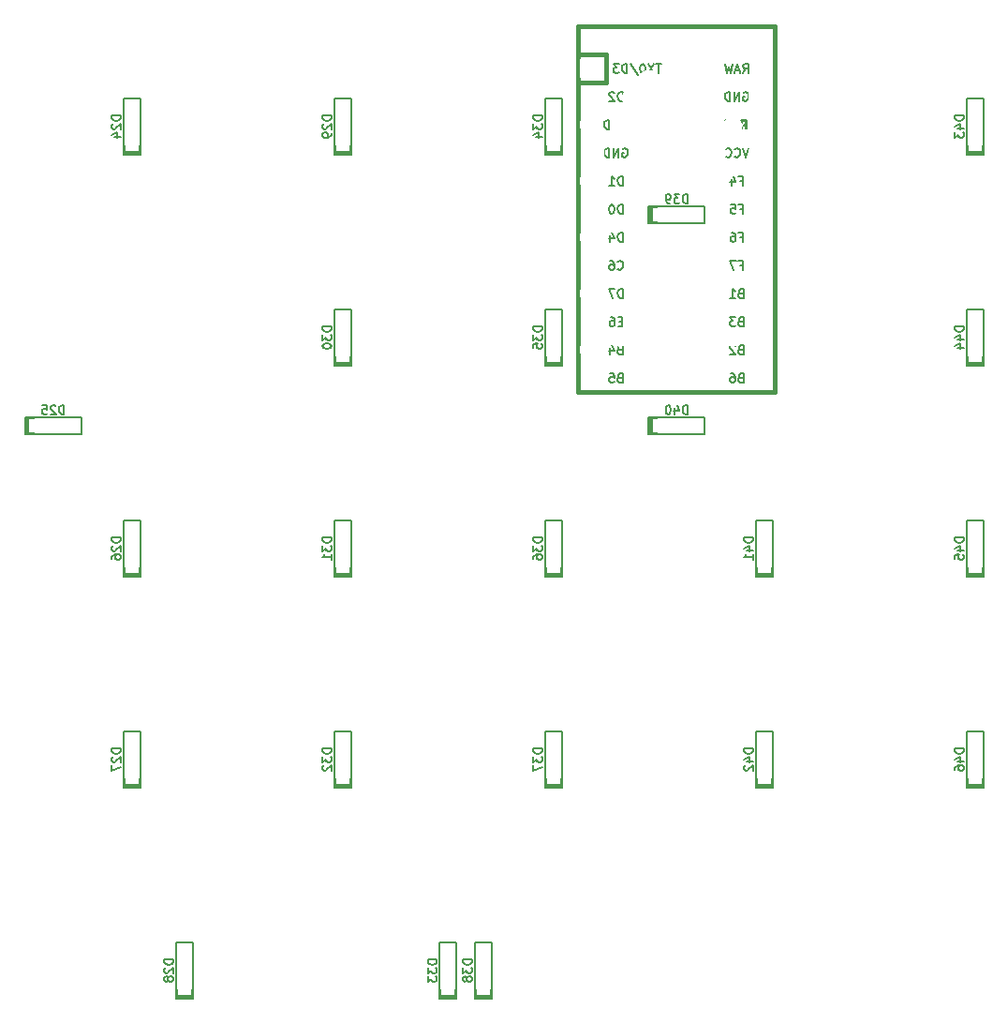
<source format=gbo>
%TF.GenerationSoftware,KiCad,Pcbnew,(5.1.12)-1*%
%TF.CreationDate,2022-01-01T22:18:58-05:00*%
%TF.ProjectId,my-keeb-2,6d792d6b-6565-4622-9d32-2e6b69636164,rev?*%
%TF.SameCoordinates,Original*%
%TF.FileFunction,Legend,Bot*%
%TF.FilePolarity,Positive*%
%FSLAX46Y46*%
G04 Gerber Fmt 4.6, Leading zero omitted, Abs format (unit mm)*
G04 Created by KiCad (PCBNEW (5.1.12)-1) date 2022-01-01 22:18:58*
%MOMM*%
%LPD*%
G01*
G04 APERTURE LIST*
%ADD10C,0.381000*%
%ADD11C,0.150000*%
%ADD12C,2.250000*%
%ADD13C,3.987800*%
%ADD14C,1.750000*%
%ADD15C,1.752600*%
%ADD16R,1.752600X1.752600*%
%ADD17R,1.600000X1.600000*%
%ADD18C,1.600000*%
%ADD19R,1.200000X1.600000*%
%ADD20R,1.600000X1.200000*%
G04 APERTURE END LIST*
D10*
%TO.C,U1*%
X168275000Y-15716250D02*
X165735000Y-15716250D01*
X183515000Y-13176250D02*
X165735000Y-13176250D01*
X165735000Y-13176250D02*
X165735000Y-46196250D01*
X165735000Y-46196250D02*
X183515000Y-46196250D01*
X183515000Y-46196250D02*
X183515000Y-13176250D01*
D11*
G36*
X180469635Y-21605280D02*
G01*
X180469635Y-21705280D01*
X180969635Y-21705280D01*
X180969635Y-21605280D01*
X180469635Y-21605280D01*
G37*
X180469635Y-21605280D02*
X180469635Y-21705280D01*
X180969635Y-21705280D01*
X180969635Y-21605280D01*
X180469635Y-21605280D01*
G36*
X180469635Y-21605280D02*
G01*
X180469635Y-21905280D01*
X180569635Y-21905280D01*
X180569635Y-21605280D01*
X180469635Y-21605280D01*
G37*
X180469635Y-21605280D02*
X180469635Y-21905280D01*
X180569635Y-21905280D01*
X180569635Y-21605280D01*
X180469635Y-21605280D01*
G36*
X180469635Y-22205280D02*
G01*
X180469635Y-22405280D01*
X180569635Y-22405280D01*
X180569635Y-22205280D01*
X180469635Y-22205280D01*
G37*
X180469635Y-22205280D02*
X180469635Y-22405280D01*
X180569635Y-22405280D01*
X180569635Y-22205280D01*
X180469635Y-22205280D01*
G36*
X180869635Y-21605280D02*
G01*
X180869635Y-22405280D01*
X180969635Y-22405280D01*
X180969635Y-21605280D01*
X180869635Y-21605280D01*
G37*
X180869635Y-21605280D02*
X180869635Y-22405280D01*
X180969635Y-22405280D01*
X180969635Y-21605280D01*
X180869635Y-21605280D01*
G36*
X180669635Y-22005280D02*
G01*
X180669635Y-22105280D01*
X180769635Y-22105280D01*
X180769635Y-22005280D01*
X180669635Y-22005280D01*
G37*
X180669635Y-22005280D02*
X180669635Y-22105280D01*
X180769635Y-22105280D01*
X180769635Y-22005280D01*
X180669635Y-22005280D01*
D10*
X168275000Y-15716250D02*
X168275000Y-18256250D01*
X168275000Y-18256250D02*
X165735000Y-18256250D01*
D11*
%TO.C,D46*%
X200850500Y-76835000D02*
X200850500Y-81915000D01*
X200850500Y-81915000D02*
X202374500Y-81915000D01*
X202374500Y-81915000D02*
X202374500Y-76835000D01*
X202374500Y-76835000D02*
X200850500Y-76835000D01*
X200850500Y-81534000D02*
X202374500Y-81534000D01*
X202374500Y-81661000D02*
X200850500Y-81661000D01*
X200850500Y-81788000D02*
X202374500Y-81788000D01*
X202374500Y-81407000D02*
X200850500Y-81407000D01*
X200850500Y-81280000D02*
X202374500Y-81280000D01*
X200850500Y-81153000D02*
X202374500Y-81153000D01*
%TO.C,D45*%
X200850500Y-57785000D02*
X200850500Y-62865000D01*
X200850500Y-62865000D02*
X202374500Y-62865000D01*
X202374500Y-62865000D02*
X202374500Y-57785000D01*
X202374500Y-57785000D02*
X200850500Y-57785000D01*
X200850500Y-62484000D02*
X202374500Y-62484000D01*
X202374500Y-62611000D02*
X200850500Y-62611000D01*
X200850500Y-62738000D02*
X202374500Y-62738000D01*
X202374500Y-62357000D02*
X200850500Y-62357000D01*
X200850500Y-62230000D02*
X202374500Y-62230000D01*
X200850500Y-62103000D02*
X202374500Y-62103000D01*
%TO.C,D44*%
X200850500Y-38735000D02*
X200850500Y-43815000D01*
X200850500Y-43815000D02*
X202374500Y-43815000D01*
X202374500Y-43815000D02*
X202374500Y-38735000D01*
X202374500Y-38735000D02*
X200850500Y-38735000D01*
X200850500Y-43434000D02*
X202374500Y-43434000D01*
X202374500Y-43561000D02*
X200850500Y-43561000D01*
X200850500Y-43688000D02*
X202374500Y-43688000D01*
X202374500Y-43307000D02*
X200850500Y-43307000D01*
X200850500Y-43180000D02*
X202374500Y-43180000D01*
X200850500Y-43053000D02*
X202374500Y-43053000D01*
%TO.C,D43*%
X200850500Y-19685000D02*
X200850500Y-24765000D01*
X200850500Y-24765000D02*
X202374500Y-24765000D01*
X202374500Y-24765000D02*
X202374500Y-19685000D01*
X202374500Y-19685000D02*
X200850500Y-19685000D01*
X200850500Y-24384000D02*
X202374500Y-24384000D01*
X202374500Y-24511000D02*
X200850500Y-24511000D01*
X200850500Y-24638000D02*
X202374500Y-24638000D01*
X202374500Y-24257000D02*
X200850500Y-24257000D01*
X200850500Y-24130000D02*
X202374500Y-24130000D01*
X200850500Y-24003000D02*
X202374500Y-24003000D01*
%TO.C,D42*%
X181800500Y-76832000D02*
X181800500Y-81912000D01*
X181800500Y-81912000D02*
X183324500Y-81912000D01*
X183324500Y-81912000D02*
X183324500Y-76832000D01*
X183324500Y-76832000D02*
X181800500Y-76832000D01*
X181800500Y-81531000D02*
X183324500Y-81531000D01*
X183324500Y-81658000D02*
X181800500Y-81658000D01*
X181800500Y-81785000D02*
X183324500Y-81785000D01*
X183324500Y-81404000D02*
X181800500Y-81404000D01*
X181800500Y-81277000D02*
X183324500Y-81277000D01*
X181800500Y-81150000D02*
X183324500Y-81150000D01*
%TO.C,D41*%
X181800500Y-57785000D02*
X181800500Y-62865000D01*
X181800500Y-62865000D02*
X183324500Y-62865000D01*
X183324500Y-62865000D02*
X183324500Y-57785000D01*
X183324500Y-57785000D02*
X181800500Y-57785000D01*
X181800500Y-62484000D02*
X183324500Y-62484000D01*
X183324500Y-62611000D02*
X181800500Y-62611000D01*
X181800500Y-62738000D02*
X183324500Y-62738000D01*
X183324500Y-62357000D02*
X181800500Y-62357000D01*
X181800500Y-62230000D02*
X183324500Y-62230000D01*
X181800500Y-62103000D02*
X183324500Y-62103000D01*
%TO.C,D40*%
X177165000Y-48450500D02*
X172085000Y-48450500D01*
X172085000Y-48450500D02*
X172085000Y-49974500D01*
X172085000Y-49974500D02*
X177165000Y-49974500D01*
X177165000Y-49974500D02*
X177165000Y-48450500D01*
X172466000Y-48450500D02*
X172466000Y-49974500D01*
X172339000Y-49974500D02*
X172339000Y-48450500D01*
X172212000Y-48450500D02*
X172212000Y-49974500D01*
X172593000Y-49974500D02*
X172593000Y-48450500D01*
X172720000Y-48450500D02*
X172720000Y-49974500D01*
X172847000Y-48450500D02*
X172847000Y-49974500D01*
%TO.C,D39*%
X177165000Y-29400500D02*
X172085000Y-29400500D01*
X172085000Y-29400500D02*
X172085000Y-30924500D01*
X172085000Y-30924500D02*
X177165000Y-30924500D01*
X177165000Y-30924500D02*
X177165000Y-29400500D01*
X172466000Y-29400500D02*
X172466000Y-30924500D01*
X172339000Y-30924500D02*
X172339000Y-29400500D01*
X172212000Y-29400500D02*
X172212000Y-30924500D01*
X172593000Y-30924500D02*
X172593000Y-29400500D01*
X172720000Y-29400500D02*
X172720000Y-30924500D01*
X172847000Y-29400500D02*
X172847000Y-30924500D01*
%TO.C,D38*%
X156400500Y-95885000D02*
X156400500Y-100965000D01*
X156400500Y-100965000D02*
X157924500Y-100965000D01*
X157924500Y-100965000D02*
X157924500Y-95885000D01*
X157924500Y-95885000D02*
X156400500Y-95885000D01*
X156400500Y-100584000D02*
X157924500Y-100584000D01*
X157924500Y-100711000D02*
X156400500Y-100711000D01*
X156400500Y-100838000D02*
X157924500Y-100838000D01*
X157924500Y-100457000D02*
X156400500Y-100457000D01*
X156400500Y-100330000D02*
X157924500Y-100330000D01*
X156400500Y-100203000D02*
X157924500Y-100203000D01*
%TO.C,D37*%
X162750500Y-76835000D02*
X162750500Y-81915000D01*
X162750500Y-81915000D02*
X164274500Y-81915000D01*
X164274500Y-81915000D02*
X164274500Y-76835000D01*
X164274500Y-76835000D02*
X162750500Y-76835000D01*
X162750500Y-81534000D02*
X164274500Y-81534000D01*
X164274500Y-81661000D02*
X162750500Y-81661000D01*
X162750500Y-81788000D02*
X164274500Y-81788000D01*
X164274500Y-81407000D02*
X162750500Y-81407000D01*
X162750500Y-81280000D02*
X164274500Y-81280000D01*
X162750500Y-81153000D02*
X164274500Y-81153000D01*
%TO.C,D36*%
X162750500Y-57785000D02*
X162750500Y-62865000D01*
X162750500Y-62865000D02*
X164274500Y-62865000D01*
X164274500Y-62865000D02*
X164274500Y-57785000D01*
X164274500Y-57785000D02*
X162750500Y-57785000D01*
X162750500Y-62484000D02*
X164274500Y-62484000D01*
X164274500Y-62611000D02*
X162750500Y-62611000D01*
X162750500Y-62738000D02*
X164274500Y-62738000D01*
X164274500Y-62357000D02*
X162750500Y-62357000D01*
X162750500Y-62230000D02*
X164274500Y-62230000D01*
X162750500Y-62103000D02*
X164274500Y-62103000D01*
%TO.C,D35*%
X162750500Y-38735000D02*
X162750500Y-43815000D01*
X162750500Y-43815000D02*
X164274500Y-43815000D01*
X164274500Y-43815000D02*
X164274500Y-38735000D01*
X164274500Y-38735000D02*
X162750500Y-38735000D01*
X162750500Y-43434000D02*
X164274500Y-43434000D01*
X164274500Y-43561000D02*
X162750500Y-43561000D01*
X162750500Y-43688000D02*
X164274500Y-43688000D01*
X164274500Y-43307000D02*
X162750500Y-43307000D01*
X162750500Y-43180000D02*
X164274500Y-43180000D01*
X162750500Y-43053000D02*
X164274500Y-43053000D01*
%TO.C,D34*%
X162750500Y-19685000D02*
X162750500Y-24765000D01*
X162750500Y-24765000D02*
X164274500Y-24765000D01*
X164274500Y-24765000D02*
X164274500Y-19685000D01*
X164274500Y-19685000D02*
X162750500Y-19685000D01*
X162750500Y-24384000D02*
X164274500Y-24384000D01*
X164274500Y-24511000D02*
X162750500Y-24511000D01*
X162750500Y-24638000D02*
X164274500Y-24638000D01*
X164274500Y-24257000D02*
X162750500Y-24257000D01*
X162750500Y-24130000D02*
X164274500Y-24130000D01*
X162750500Y-24003000D02*
X164274500Y-24003000D01*
%TO.C,D33*%
X153225500Y-95885000D02*
X153225500Y-100965000D01*
X153225500Y-100965000D02*
X154749500Y-100965000D01*
X154749500Y-100965000D02*
X154749500Y-95885000D01*
X154749500Y-95885000D02*
X153225500Y-95885000D01*
X153225500Y-100584000D02*
X154749500Y-100584000D01*
X154749500Y-100711000D02*
X153225500Y-100711000D01*
X153225500Y-100838000D02*
X154749500Y-100838000D01*
X154749500Y-100457000D02*
X153225500Y-100457000D01*
X153225500Y-100330000D02*
X154749500Y-100330000D01*
X153225500Y-100203000D02*
X154749500Y-100203000D01*
%TO.C,D32*%
X143700500Y-76835000D02*
X143700500Y-81915000D01*
X143700500Y-81915000D02*
X145224500Y-81915000D01*
X145224500Y-81915000D02*
X145224500Y-76835000D01*
X145224500Y-76835000D02*
X143700500Y-76835000D01*
X143700500Y-81534000D02*
X145224500Y-81534000D01*
X145224500Y-81661000D02*
X143700500Y-81661000D01*
X143700500Y-81788000D02*
X145224500Y-81788000D01*
X145224500Y-81407000D02*
X143700500Y-81407000D01*
X143700500Y-81280000D02*
X145224500Y-81280000D01*
X143700500Y-81153000D02*
X145224500Y-81153000D01*
%TO.C,D31*%
X143700500Y-57785000D02*
X143700500Y-62865000D01*
X143700500Y-62865000D02*
X145224500Y-62865000D01*
X145224500Y-62865000D02*
X145224500Y-57785000D01*
X145224500Y-57785000D02*
X143700500Y-57785000D01*
X143700500Y-62484000D02*
X145224500Y-62484000D01*
X145224500Y-62611000D02*
X143700500Y-62611000D01*
X143700500Y-62738000D02*
X145224500Y-62738000D01*
X145224500Y-62357000D02*
X143700500Y-62357000D01*
X143700500Y-62230000D02*
X145224500Y-62230000D01*
X143700500Y-62103000D02*
X145224500Y-62103000D01*
%TO.C,D30*%
X143700500Y-38735000D02*
X143700500Y-43815000D01*
X143700500Y-43815000D02*
X145224500Y-43815000D01*
X145224500Y-43815000D02*
X145224500Y-38735000D01*
X145224500Y-38735000D02*
X143700500Y-38735000D01*
X143700500Y-43434000D02*
X145224500Y-43434000D01*
X145224500Y-43561000D02*
X143700500Y-43561000D01*
X143700500Y-43688000D02*
X145224500Y-43688000D01*
X145224500Y-43307000D02*
X143700500Y-43307000D01*
X143700500Y-43180000D02*
X145224500Y-43180000D01*
X143700500Y-43053000D02*
X145224500Y-43053000D01*
%TO.C,D29*%
X143700500Y-19685000D02*
X143700500Y-24765000D01*
X143700500Y-24765000D02*
X145224500Y-24765000D01*
X145224500Y-24765000D02*
X145224500Y-19685000D01*
X145224500Y-19685000D02*
X143700500Y-19685000D01*
X143700500Y-24384000D02*
X145224500Y-24384000D01*
X145224500Y-24511000D02*
X143700500Y-24511000D01*
X143700500Y-24638000D02*
X145224500Y-24638000D01*
X145224500Y-24257000D02*
X143700500Y-24257000D01*
X143700500Y-24130000D02*
X145224500Y-24130000D01*
X143700500Y-24003000D02*
X145224500Y-24003000D01*
%TO.C,D28*%
X129413000Y-95885000D02*
X129413000Y-100965000D01*
X129413000Y-100965000D02*
X130937000Y-100965000D01*
X130937000Y-100965000D02*
X130937000Y-95885000D01*
X130937000Y-95885000D02*
X129413000Y-95885000D01*
X129413000Y-100584000D02*
X130937000Y-100584000D01*
X130937000Y-100711000D02*
X129413000Y-100711000D01*
X129413000Y-100838000D02*
X130937000Y-100838000D01*
X130937000Y-100457000D02*
X129413000Y-100457000D01*
X129413000Y-100330000D02*
X130937000Y-100330000D01*
X129413000Y-100203000D02*
X130937000Y-100203000D01*
%TO.C,D27*%
X124650500Y-76835000D02*
X124650500Y-81915000D01*
X124650500Y-81915000D02*
X126174500Y-81915000D01*
X126174500Y-81915000D02*
X126174500Y-76835000D01*
X126174500Y-76835000D02*
X124650500Y-76835000D01*
X124650500Y-81534000D02*
X126174500Y-81534000D01*
X126174500Y-81661000D02*
X124650500Y-81661000D01*
X124650500Y-81788000D02*
X126174500Y-81788000D01*
X126174500Y-81407000D02*
X124650500Y-81407000D01*
X124650500Y-81280000D02*
X126174500Y-81280000D01*
X124650500Y-81153000D02*
X126174500Y-81153000D01*
%TO.C,D26*%
X124650500Y-57785000D02*
X124650500Y-62865000D01*
X124650500Y-62865000D02*
X126174500Y-62865000D01*
X126174500Y-62865000D02*
X126174500Y-57785000D01*
X126174500Y-57785000D02*
X124650500Y-57785000D01*
X124650500Y-62484000D02*
X126174500Y-62484000D01*
X126174500Y-62611000D02*
X124650500Y-62611000D01*
X124650500Y-62738000D02*
X126174500Y-62738000D01*
X126174500Y-62357000D02*
X124650500Y-62357000D01*
X124650500Y-62230000D02*
X126174500Y-62230000D01*
X124650500Y-62103000D02*
X126174500Y-62103000D01*
%TO.C,D25*%
X120808750Y-48450500D02*
X115728750Y-48450500D01*
X115728750Y-48450500D02*
X115728750Y-49974500D01*
X115728750Y-49974500D02*
X120808750Y-49974500D01*
X120808750Y-49974500D02*
X120808750Y-48450500D01*
X116109750Y-48450500D02*
X116109750Y-49974500D01*
X115982750Y-49974500D02*
X115982750Y-48450500D01*
X115855750Y-48450500D02*
X115855750Y-49974500D01*
X116236750Y-49974500D02*
X116236750Y-48450500D01*
X116363750Y-48450500D02*
X116363750Y-49974500D01*
X116490750Y-48450500D02*
X116490750Y-49974500D01*
%TO.C,D24*%
X124650500Y-19685000D02*
X124650500Y-24765000D01*
X124650500Y-24765000D02*
X126174500Y-24765000D01*
X126174500Y-24765000D02*
X126174500Y-19685000D01*
X126174500Y-19685000D02*
X124650500Y-19685000D01*
X124650500Y-24384000D02*
X126174500Y-24384000D01*
X126174500Y-24511000D02*
X124650500Y-24511000D01*
X124650500Y-24638000D02*
X126174500Y-24638000D01*
X126174500Y-24257000D02*
X124650500Y-24257000D01*
X124650500Y-24130000D02*
X126174500Y-24130000D01*
X124650500Y-24003000D02*
X126174500Y-24003000D01*
%TO.C,U1*%
X180198333Y-22370059D02*
X180084047Y-22408154D01*
X179893571Y-22408154D01*
X179817380Y-22370059D01*
X179779285Y-22331964D01*
X179741190Y-22255773D01*
X179741190Y-22179583D01*
X179779285Y-22103392D01*
X179817380Y-22065297D01*
X179893571Y-22027202D01*
X180045952Y-21989107D01*
X180122142Y-21951011D01*
X180160238Y-21912916D01*
X180198333Y-21836726D01*
X180198333Y-21760535D01*
X180160238Y-21684345D01*
X180122142Y-21646250D01*
X180045952Y-21608154D01*
X179855476Y-21608154D01*
X179741190Y-21646250D01*
X179512619Y-21608154D02*
X179055476Y-21608154D01*
X179284047Y-22408154D02*
X179284047Y-21608154D01*
X173243604Y-16548154D02*
X172786461Y-16548154D01*
X173015032Y-17348154D02*
X173015032Y-16548154D01*
X172595985Y-16548154D02*
X172062651Y-17348154D01*
X172062651Y-16548154D02*
X172595985Y-17348154D01*
X171605508Y-16548154D02*
X171529318Y-16548154D01*
X171453128Y-16586250D01*
X171415032Y-16624345D01*
X171376937Y-16700535D01*
X171338842Y-16852916D01*
X171338842Y-17043392D01*
X171376937Y-17195773D01*
X171415032Y-17271964D01*
X171453128Y-17310059D01*
X171529318Y-17348154D01*
X171605508Y-17348154D01*
X171681699Y-17310059D01*
X171719794Y-17271964D01*
X171757889Y-17195773D01*
X171795985Y-17043392D01*
X171795985Y-16852916D01*
X171757889Y-16700535D01*
X171719794Y-16624345D01*
X171681699Y-16586250D01*
X171605508Y-16548154D01*
X170424556Y-16510059D02*
X171110270Y-17538630D01*
X170157889Y-17348154D02*
X170157889Y-16548154D01*
X169967413Y-16548154D01*
X169853128Y-16586250D01*
X169776937Y-16662440D01*
X169738842Y-16738630D01*
X169700747Y-16891011D01*
X169700747Y-17005297D01*
X169738842Y-17157678D01*
X169776937Y-17233869D01*
X169853128Y-17310059D01*
X169967413Y-17348154D01*
X170157889Y-17348154D01*
X169434080Y-16548154D02*
X168938842Y-16548154D01*
X169205508Y-16852916D01*
X169091223Y-16852916D01*
X169015032Y-16891011D01*
X168976937Y-16929107D01*
X168938842Y-17005297D01*
X168938842Y-17195773D01*
X168976937Y-17271964D01*
X169015032Y-17310059D01*
X169091223Y-17348154D01*
X169319794Y-17348154D01*
X169395985Y-17310059D01*
X169434080Y-17271964D01*
X180409809Y-42329107D02*
X180295523Y-42367202D01*
X180257428Y-42405297D01*
X180219333Y-42481488D01*
X180219333Y-42595773D01*
X180257428Y-42671964D01*
X180295523Y-42710059D01*
X180371714Y-42748154D01*
X180676476Y-42748154D01*
X180676476Y-41948154D01*
X180409809Y-41948154D01*
X180333619Y-41986250D01*
X180295523Y-42024345D01*
X180257428Y-42100535D01*
X180257428Y-42176726D01*
X180295523Y-42252916D01*
X180333619Y-42291011D01*
X180409809Y-42329107D01*
X180676476Y-42329107D01*
X179914571Y-42024345D02*
X179876476Y-41986250D01*
X179800285Y-41948154D01*
X179609809Y-41948154D01*
X179533619Y-41986250D01*
X179495523Y-42024345D01*
X179457428Y-42100535D01*
X179457428Y-42176726D01*
X179495523Y-42291011D01*
X179952666Y-42748154D01*
X179457428Y-42748154D01*
X180352666Y-34709107D02*
X180619333Y-34709107D01*
X180619333Y-35128154D02*
X180619333Y-34328154D01*
X180238380Y-34328154D01*
X180009809Y-34328154D02*
X179476476Y-34328154D01*
X179819333Y-35128154D01*
X180352666Y-32169107D02*
X180619333Y-32169107D01*
X180619333Y-32588154D02*
X180619333Y-31788154D01*
X180238380Y-31788154D01*
X179590761Y-31788154D02*
X179743142Y-31788154D01*
X179819333Y-31826250D01*
X179857428Y-31864345D01*
X179933619Y-31978630D01*
X179971714Y-32131011D01*
X179971714Y-32435773D01*
X179933619Y-32511964D01*
X179895523Y-32550059D01*
X179819333Y-32588154D01*
X179666952Y-32588154D01*
X179590761Y-32550059D01*
X179552666Y-32511964D01*
X179514571Y-32435773D01*
X179514571Y-32245297D01*
X179552666Y-32169107D01*
X179590761Y-32131011D01*
X179666952Y-32092916D01*
X179819333Y-32092916D01*
X179895523Y-32131011D01*
X179933619Y-32169107D01*
X179971714Y-32245297D01*
X180352666Y-29629107D02*
X180619333Y-29629107D01*
X180619333Y-30048154D02*
X180619333Y-29248154D01*
X180238380Y-29248154D01*
X179552666Y-29248154D02*
X179933619Y-29248154D01*
X179971714Y-29629107D01*
X179933619Y-29591011D01*
X179857428Y-29552916D01*
X179666952Y-29552916D01*
X179590761Y-29591011D01*
X179552666Y-29629107D01*
X179514571Y-29705297D01*
X179514571Y-29895773D01*
X179552666Y-29971964D01*
X179590761Y-30010059D01*
X179666952Y-30048154D01*
X179857428Y-30048154D01*
X179933619Y-30010059D01*
X179971714Y-29971964D01*
X180638380Y-17348154D02*
X180905047Y-16967202D01*
X181095523Y-17348154D02*
X181095523Y-16548154D01*
X180790761Y-16548154D01*
X180714571Y-16586250D01*
X180676476Y-16624345D01*
X180638380Y-16700535D01*
X180638380Y-16814821D01*
X180676476Y-16891011D01*
X180714571Y-16929107D01*
X180790761Y-16967202D01*
X181095523Y-16967202D01*
X180333619Y-17119583D02*
X179952666Y-17119583D01*
X180409809Y-17348154D02*
X180143142Y-16548154D01*
X179876476Y-17348154D01*
X179686000Y-16548154D02*
X179495523Y-17348154D01*
X179343142Y-16776726D01*
X179190761Y-17348154D01*
X179000285Y-16548154D01*
X180695523Y-19126250D02*
X180771714Y-19088154D01*
X180886000Y-19088154D01*
X181000285Y-19126250D01*
X181076476Y-19202440D01*
X181114571Y-19278630D01*
X181152666Y-19431011D01*
X181152666Y-19545297D01*
X181114571Y-19697678D01*
X181076476Y-19773869D01*
X181000285Y-19850059D01*
X180886000Y-19888154D01*
X180809809Y-19888154D01*
X180695523Y-19850059D01*
X180657428Y-19811964D01*
X180657428Y-19545297D01*
X180809809Y-19545297D01*
X180314571Y-19888154D02*
X180314571Y-19088154D01*
X179857428Y-19888154D01*
X179857428Y-19088154D01*
X179476476Y-19888154D02*
X179476476Y-19088154D01*
X179286000Y-19088154D01*
X179171714Y-19126250D01*
X179095523Y-19202440D01*
X179057428Y-19278630D01*
X179019333Y-19431011D01*
X179019333Y-19545297D01*
X179057428Y-19697678D01*
X179095523Y-19773869D01*
X179171714Y-19850059D01*
X179286000Y-19888154D01*
X179476476Y-19888154D01*
X181152666Y-24168154D02*
X180886000Y-24968154D01*
X180619333Y-24168154D01*
X179895523Y-24891964D02*
X179933619Y-24930059D01*
X180047904Y-24968154D01*
X180124095Y-24968154D01*
X180238380Y-24930059D01*
X180314571Y-24853869D01*
X180352666Y-24777678D01*
X180390761Y-24625297D01*
X180390761Y-24511011D01*
X180352666Y-24358630D01*
X180314571Y-24282440D01*
X180238380Y-24206250D01*
X180124095Y-24168154D01*
X180047904Y-24168154D01*
X179933619Y-24206250D01*
X179895523Y-24244345D01*
X179095523Y-24891964D02*
X179133619Y-24930059D01*
X179247904Y-24968154D01*
X179324095Y-24968154D01*
X179438380Y-24930059D01*
X179514571Y-24853869D01*
X179552666Y-24777678D01*
X179590761Y-24625297D01*
X179590761Y-24511011D01*
X179552666Y-24358630D01*
X179514571Y-24282440D01*
X179438380Y-24206250D01*
X179324095Y-24168154D01*
X179247904Y-24168154D01*
X179133619Y-24206250D01*
X179095523Y-24244345D01*
X180352666Y-27089107D02*
X180619333Y-27089107D01*
X180619333Y-27508154D02*
X180619333Y-26708154D01*
X180238380Y-26708154D01*
X179590761Y-26974821D02*
X179590761Y-27508154D01*
X179781238Y-26670059D02*
X179971714Y-27241488D01*
X179476476Y-27241488D01*
X180409809Y-37249107D02*
X180295523Y-37287202D01*
X180257428Y-37325297D01*
X180219333Y-37401488D01*
X180219333Y-37515773D01*
X180257428Y-37591964D01*
X180295523Y-37630059D01*
X180371714Y-37668154D01*
X180676476Y-37668154D01*
X180676476Y-36868154D01*
X180409809Y-36868154D01*
X180333619Y-36906250D01*
X180295523Y-36944345D01*
X180257428Y-37020535D01*
X180257428Y-37096726D01*
X180295523Y-37172916D01*
X180333619Y-37211011D01*
X180409809Y-37249107D01*
X180676476Y-37249107D01*
X179457428Y-37668154D02*
X179914571Y-37668154D01*
X179686000Y-37668154D02*
X179686000Y-36868154D01*
X179762190Y-36982440D01*
X179838380Y-37058630D01*
X179914571Y-37096726D01*
X180409809Y-39789107D02*
X180295523Y-39827202D01*
X180257428Y-39865297D01*
X180219333Y-39941488D01*
X180219333Y-40055773D01*
X180257428Y-40131964D01*
X180295523Y-40170059D01*
X180371714Y-40208154D01*
X180676476Y-40208154D01*
X180676476Y-39408154D01*
X180409809Y-39408154D01*
X180333619Y-39446250D01*
X180295523Y-39484345D01*
X180257428Y-39560535D01*
X180257428Y-39636726D01*
X180295523Y-39712916D01*
X180333619Y-39751011D01*
X180409809Y-39789107D01*
X180676476Y-39789107D01*
X179952666Y-39408154D02*
X179457428Y-39408154D01*
X179724095Y-39712916D01*
X179609809Y-39712916D01*
X179533619Y-39751011D01*
X179495523Y-39789107D01*
X179457428Y-39865297D01*
X179457428Y-40055773D01*
X179495523Y-40131964D01*
X179533619Y-40170059D01*
X179609809Y-40208154D01*
X179838380Y-40208154D01*
X179914571Y-40170059D01*
X179952666Y-40131964D01*
X180409809Y-44869107D02*
X180295523Y-44907202D01*
X180257428Y-44945297D01*
X180219333Y-45021488D01*
X180219333Y-45135773D01*
X180257428Y-45211964D01*
X180295523Y-45250059D01*
X180371714Y-45288154D01*
X180676476Y-45288154D01*
X180676476Y-44488154D01*
X180409809Y-44488154D01*
X180333619Y-44526250D01*
X180295523Y-44564345D01*
X180257428Y-44640535D01*
X180257428Y-44716726D01*
X180295523Y-44792916D01*
X180333619Y-44831011D01*
X180409809Y-44869107D01*
X180676476Y-44869107D01*
X179533619Y-44488154D02*
X179686000Y-44488154D01*
X179762190Y-44526250D01*
X179800285Y-44564345D01*
X179876476Y-44678630D01*
X179914571Y-44831011D01*
X179914571Y-45135773D01*
X179876476Y-45211964D01*
X179838380Y-45250059D01*
X179762190Y-45288154D01*
X179609809Y-45288154D01*
X179533619Y-45250059D01*
X179495523Y-45211964D01*
X179457428Y-45135773D01*
X179457428Y-44945297D01*
X179495523Y-44869107D01*
X179533619Y-44831011D01*
X179609809Y-44792916D01*
X179762190Y-44792916D01*
X179838380Y-44831011D01*
X179876476Y-44869107D01*
X179914571Y-44945297D01*
X169487809Y-44869107D02*
X169373523Y-44907202D01*
X169335428Y-44945297D01*
X169297333Y-45021488D01*
X169297333Y-45135773D01*
X169335428Y-45211964D01*
X169373523Y-45250059D01*
X169449714Y-45288154D01*
X169754476Y-45288154D01*
X169754476Y-44488154D01*
X169487809Y-44488154D01*
X169411619Y-44526250D01*
X169373523Y-44564345D01*
X169335428Y-44640535D01*
X169335428Y-44716726D01*
X169373523Y-44792916D01*
X169411619Y-44831011D01*
X169487809Y-44869107D01*
X169754476Y-44869107D01*
X168573523Y-44488154D02*
X168954476Y-44488154D01*
X168992571Y-44869107D01*
X168954476Y-44831011D01*
X168878285Y-44792916D01*
X168687809Y-44792916D01*
X168611619Y-44831011D01*
X168573523Y-44869107D01*
X168535428Y-44945297D01*
X168535428Y-45135773D01*
X168573523Y-45211964D01*
X168611619Y-45250059D01*
X168687809Y-45288154D01*
X168878285Y-45288154D01*
X168954476Y-45250059D01*
X168992571Y-45211964D01*
X169487809Y-42329107D02*
X169373523Y-42367202D01*
X169335428Y-42405297D01*
X169297333Y-42481488D01*
X169297333Y-42595773D01*
X169335428Y-42671964D01*
X169373523Y-42710059D01*
X169449714Y-42748154D01*
X169754476Y-42748154D01*
X169754476Y-41948154D01*
X169487809Y-41948154D01*
X169411619Y-41986250D01*
X169373523Y-42024345D01*
X169335428Y-42100535D01*
X169335428Y-42176726D01*
X169373523Y-42252916D01*
X169411619Y-42291011D01*
X169487809Y-42329107D01*
X169754476Y-42329107D01*
X168611619Y-42214821D02*
X168611619Y-42748154D01*
X168802095Y-41910059D02*
X168992571Y-42481488D01*
X168497333Y-42481488D01*
X169716380Y-39789107D02*
X169449714Y-39789107D01*
X169335428Y-40208154D02*
X169716380Y-40208154D01*
X169716380Y-39408154D01*
X169335428Y-39408154D01*
X168649714Y-39408154D02*
X168802095Y-39408154D01*
X168878285Y-39446250D01*
X168916380Y-39484345D01*
X168992571Y-39598630D01*
X169030666Y-39751011D01*
X169030666Y-40055773D01*
X168992571Y-40131964D01*
X168954476Y-40170059D01*
X168878285Y-40208154D01*
X168725904Y-40208154D01*
X168649714Y-40170059D01*
X168611619Y-40131964D01*
X168573523Y-40055773D01*
X168573523Y-39865297D01*
X168611619Y-39789107D01*
X168649714Y-39751011D01*
X168725904Y-39712916D01*
X168878285Y-39712916D01*
X168954476Y-39751011D01*
X168992571Y-39789107D01*
X169030666Y-39865297D01*
X169754476Y-37668154D02*
X169754476Y-36868154D01*
X169564000Y-36868154D01*
X169449714Y-36906250D01*
X169373523Y-36982440D01*
X169335428Y-37058630D01*
X169297333Y-37211011D01*
X169297333Y-37325297D01*
X169335428Y-37477678D01*
X169373523Y-37553869D01*
X169449714Y-37630059D01*
X169564000Y-37668154D01*
X169754476Y-37668154D01*
X169030666Y-36868154D02*
X168497333Y-36868154D01*
X168840190Y-37668154D01*
X169297333Y-35051964D02*
X169335428Y-35090059D01*
X169449714Y-35128154D01*
X169525904Y-35128154D01*
X169640190Y-35090059D01*
X169716380Y-35013869D01*
X169754476Y-34937678D01*
X169792571Y-34785297D01*
X169792571Y-34671011D01*
X169754476Y-34518630D01*
X169716380Y-34442440D01*
X169640190Y-34366250D01*
X169525904Y-34328154D01*
X169449714Y-34328154D01*
X169335428Y-34366250D01*
X169297333Y-34404345D01*
X168611619Y-34328154D02*
X168764000Y-34328154D01*
X168840190Y-34366250D01*
X168878285Y-34404345D01*
X168954476Y-34518630D01*
X168992571Y-34671011D01*
X168992571Y-34975773D01*
X168954476Y-35051964D01*
X168916380Y-35090059D01*
X168840190Y-35128154D01*
X168687809Y-35128154D01*
X168611619Y-35090059D01*
X168573523Y-35051964D01*
X168535428Y-34975773D01*
X168535428Y-34785297D01*
X168573523Y-34709107D01*
X168611619Y-34671011D01*
X168687809Y-34632916D01*
X168840190Y-34632916D01*
X168916380Y-34671011D01*
X168954476Y-34709107D01*
X168992571Y-34785297D01*
X169754476Y-32588154D02*
X169754476Y-31788154D01*
X169564000Y-31788154D01*
X169449714Y-31826250D01*
X169373523Y-31902440D01*
X169335428Y-31978630D01*
X169297333Y-32131011D01*
X169297333Y-32245297D01*
X169335428Y-32397678D01*
X169373523Y-32473869D01*
X169449714Y-32550059D01*
X169564000Y-32588154D01*
X169754476Y-32588154D01*
X168611619Y-32054821D02*
X168611619Y-32588154D01*
X168802095Y-31750059D02*
X168992571Y-32321488D01*
X168497333Y-32321488D01*
X169773523Y-21666250D02*
X169849714Y-21628154D01*
X169964000Y-21628154D01*
X170078285Y-21666250D01*
X170154476Y-21742440D01*
X170192571Y-21818630D01*
X170230666Y-21971011D01*
X170230666Y-22085297D01*
X170192571Y-22237678D01*
X170154476Y-22313869D01*
X170078285Y-22390059D01*
X169964000Y-22428154D01*
X169887809Y-22428154D01*
X169773523Y-22390059D01*
X169735428Y-22351964D01*
X169735428Y-22085297D01*
X169887809Y-22085297D01*
X169392571Y-22428154D02*
X169392571Y-21628154D01*
X168935428Y-22428154D01*
X168935428Y-21628154D01*
X168554476Y-22428154D02*
X168554476Y-21628154D01*
X168364000Y-21628154D01*
X168249714Y-21666250D01*
X168173523Y-21742440D01*
X168135428Y-21818630D01*
X168097333Y-21971011D01*
X168097333Y-22085297D01*
X168135428Y-22237678D01*
X168173523Y-22313869D01*
X168249714Y-22390059D01*
X168364000Y-22428154D01*
X168554476Y-22428154D01*
X169773523Y-24206250D02*
X169849714Y-24168154D01*
X169964000Y-24168154D01*
X170078285Y-24206250D01*
X170154476Y-24282440D01*
X170192571Y-24358630D01*
X170230666Y-24511011D01*
X170230666Y-24625297D01*
X170192571Y-24777678D01*
X170154476Y-24853869D01*
X170078285Y-24930059D01*
X169964000Y-24968154D01*
X169887809Y-24968154D01*
X169773523Y-24930059D01*
X169735428Y-24891964D01*
X169735428Y-24625297D01*
X169887809Y-24625297D01*
X169392571Y-24968154D02*
X169392571Y-24168154D01*
X168935428Y-24968154D01*
X168935428Y-24168154D01*
X168554476Y-24968154D02*
X168554476Y-24168154D01*
X168364000Y-24168154D01*
X168249714Y-24206250D01*
X168173523Y-24282440D01*
X168135428Y-24358630D01*
X168097333Y-24511011D01*
X168097333Y-24625297D01*
X168135428Y-24777678D01*
X168173523Y-24853869D01*
X168249714Y-24930059D01*
X168364000Y-24968154D01*
X168554476Y-24968154D01*
X169754476Y-27508154D02*
X169754476Y-26708154D01*
X169564000Y-26708154D01*
X169449714Y-26746250D01*
X169373523Y-26822440D01*
X169335428Y-26898630D01*
X169297333Y-27051011D01*
X169297333Y-27165297D01*
X169335428Y-27317678D01*
X169373523Y-27393869D01*
X169449714Y-27470059D01*
X169564000Y-27508154D01*
X169754476Y-27508154D01*
X168535428Y-27508154D02*
X168992571Y-27508154D01*
X168764000Y-27508154D02*
X168764000Y-26708154D01*
X168840190Y-26822440D01*
X168916380Y-26898630D01*
X168992571Y-26936726D01*
X169754476Y-30048154D02*
X169754476Y-29248154D01*
X169564000Y-29248154D01*
X169449714Y-29286250D01*
X169373523Y-29362440D01*
X169335428Y-29438630D01*
X169297333Y-29591011D01*
X169297333Y-29705297D01*
X169335428Y-29857678D01*
X169373523Y-29933869D01*
X169449714Y-30010059D01*
X169564000Y-30048154D01*
X169754476Y-30048154D01*
X168802095Y-29248154D02*
X168725904Y-29248154D01*
X168649714Y-29286250D01*
X168611619Y-29324345D01*
X168573523Y-29400535D01*
X168535428Y-29552916D01*
X168535428Y-29743392D01*
X168573523Y-29895773D01*
X168611619Y-29971964D01*
X168649714Y-30010059D01*
X168725904Y-30048154D01*
X168802095Y-30048154D01*
X168878285Y-30010059D01*
X168916380Y-29971964D01*
X168954476Y-29895773D01*
X168992571Y-29743392D01*
X168992571Y-29552916D01*
X168954476Y-29400535D01*
X168916380Y-29324345D01*
X168878285Y-29286250D01*
X168802095Y-29248154D01*
X169754476Y-19888154D02*
X169754476Y-19088154D01*
X169564000Y-19088154D01*
X169449714Y-19126250D01*
X169373523Y-19202440D01*
X169335428Y-19278630D01*
X169297333Y-19431011D01*
X169297333Y-19545297D01*
X169335428Y-19697678D01*
X169373523Y-19773869D01*
X169449714Y-19850059D01*
X169564000Y-19888154D01*
X169754476Y-19888154D01*
X168992571Y-19164345D02*
X168954476Y-19126250D01*
X168878285Y-19088154D01*
X168687809Y-19088154D01*
X168611619Y-19126250D01*
X168573523Y-19164345D01*
X168535428Y-19240535D01*
X168535428Y-19316726D01*
X168573523Y-19431011D01*
X169030666Y-19888154D01*
X168535428Y-19888154D01*
%TO.C,D46*%
X200574404Y-78378171D02*
X199774404Y-78378171D01*
X199774404Y-78568647D01*
X199812500Y-78682933D01*
X199888690Y-78759123D01*
X199964880Y-78797219D01*
X200117261Y-78835314D01*
X200231547Y-78835314D01*
X200383928Y-78797219D01*
X200460119Y-78759123D01*
X200536309Y-78682933D01*
X200574404Y-78568647D01*
X200574404Y-78378171D01*
X200041071Y-79521028D02*
X200574404Y-79521028D01*
X199736309Y-79330552D02*
X200307738Y-79140076D01*
X200307738Y-79635314D01*
X199774404Y-80282933D02*
X199774404Y-80130552D01*
X199812500Y-80054361D01*
X199850595Y-80016266D01*
X199964880Y-79940076D01*
X200117261Y-79901980D01*
X200422023Y-79901980D01*
X200498214Y-79940076D01*
X200536309Y-79978171D01*
X200574404Y-80054361D01*
X200574404Y-80206742D01*
X200536309Y-80282933D01*
X200498214Y-80321028D01*
X200422023Y-80359123D01*
X200231547Y-80359123D01*
X200155357Y-80321028D01*
X200117261Y-80282933D01*
X200079166Y-80206742D01*
X200079166Y-80054361D01*
X200117261Y-79978171D01*
X200155357Y-79940076D01*
X200231547Y-79901980D01*
%TO.C,D45*%
X200574404Y-59328171D02*
X199774404Y-59328171D01*
X199774404Y-59518647D01*
X199812500Y-59632933D01*
X199888690Y-59709123D01*
X199964880Y-59747219D01*
X200117261Y-59785314D01*
X200231547Y-59785314D01*
X200383928Y-59747219D01*
X200460119Y-59709123D01*
X200536309Y-59632933D01*
X200574404Y-59518647D01*
X200574404Y-59328171D01*
X200041071Y-60471028D02*
X200574404Y-60471028D01*
X199736309Y-60280552D02*
X200307738Y-60090076D01*
X200307738Y-60585314D01*
X199774404Y-61271028D02*
X199774404Y-60890076D01*
X200155357Y-60851980D01*
X200117261Y-60890076D01*
X200079166Y-60966266D01*
X200079166Y-61156742D01*
X200117261Y-61232933D01*
X200155357Y-61271028D01*
X200231547Y-61309123D01*
X200422023Y-61309123D01*
X200498214Y-61271028D01*
X200536309Y-61232933D01*
X200574404Y-61156742D01*
X200574404Y-60966266D01*
X200536309Y-60890076D01*
X200498214Y-60851980D01*
%TO.C,D44*%
X200574404Y-40278171D02*
X199774404Y-40278171D01*
X199774404Y-40468647D01*
X199812500Y-40582933D01*
X199888690Y-40659123D01*
X199964880Y-40697219D01*
X200117261Y-40735314D01*
X200231547Y-40735314D01*
X200383928Y-40697219D01*
X200460119Y-40659123D01*
X200536309Y-40582933D01*
X200574404Y-40468647D01*
X200574404Y-40278171D01*
X200041071Y-41421028D02*
X200574404Y-41421028D01*
X199736309Y-41230552D02*
X200307738Y-41040076D01*
X200307738Y-41535314D01*
X200041071Y-42182933D02*
X200574404Y-42182933D01*
X199736309Y-41992457D02*
X200307738Y-41801980D01*
X200307738Y-42297219D01*
%TO.C,D43*%
X200574404Y-21228171D02*
X199774404Y-21228171D01*
X199774404Y-21418647D01*
X199812500Y-21532933D01*
X199888690Y-21609123D01*
X199964880Y-21647219D01*
X200117261Y-21685314D01*
X200231547Y-21685314D01*
X200383928Y-21647219D01*
X200460119Y-21609123D01*
X200536309Y-21532933D01*
X200574404Y-21418647D01*
X200574404Y-21228171D01*
X200041071Y-22371028D02*
X200574404Y-22371028D01*
X199736309Y-22180552D02*
X200307738Y-21990076D01*
X200307738Y-22485314D01*
X199774404Y-22713885D02*
X199774404Y-23209123D01*
X200079166Y-22942457D01*
X200079166Y-23056742D01*
X200117261Y-23132933D01*
X200155357Y-23171028D01*
X200231547Y-23209123D01*
X200422023Y-23209123D01*
X200498214Y-23171028D01*
X200536309Y-23132933D01*
X200574404Y-23056742D01*
X200574404Y-22828171D01*
X200536309Y-22751980D01*
X200498214Y-22713885D01*
%TO.C,D42*%
X181524404Y-78375171D02*
X180724404Y-78375171D01*
X180724404Y-78565647D01*
X180762500Y-78679933D01*
X180838690Y-78756123D01*
X180914880Y-78794219D01*
X181067261Y-78832314D01*
X181181547Y-78832314D01*
X181333928Y-78794219D01*
X181410119Y-78756123D01*
X181486309Y-78679933D01*
X181524404Y-78565647D01*
X181524404Y-78375171D01*
X180991071Y-79518028D02*
X181524404Y-79518028D01*
X180686309Y-79327552D02*
X181257738Y-79137076D01*
X181257738Y-79632314D01*
X180800595Y-79898980D02*
X180762500Y-79937076D01*
X180724404Y-80013266D01*
X180724404Y-80203742D01*
X180762500Y-80279933D01*
X180800595Y-80318028D01*
X180876785Y-80356123D01*
X180952976Y-80356123D01*
X181067261Y-80318028D01*
X181524404Y-79860885D01*
X181524404Y-80356123D01*
%TO.C,D41*%
X181524404Y-59328171D02*
X180724404Y-59328171D01*
X180724404Y-59518647D01*
X180762500Y-59632933D01*
X180838690Y-59709123D01*
X180914880Y-59747219D01*
X181067261Y-59785314D01*
X181181547Y-59785314D01*
X181333928Y-59747219D01*
X181410119Y-59709123D01*
X181486309Y-59632933D01*
X181524404Y-59518647D01*
X181524404Y-59328171D01*
X180991071Y-60471028D02*
X181524404Y-60471028D01*
X180686309Y-60280552D02*
X181257738Y-60090076D01*
X181257738Y-60585314D01*
X181524404Y-61309123D02*
X181524404Y-60851980D01*
X181524404Y-61080552D02*
X180724404Y-61080552D01*
X180838690Y-61004361D01*
X180914880Y-60928171D01*
X180952976Y-60851980D01*
%TO.C,D40*%
X175621828Y-48174404D02*
X175621828Y-47374404D01*
X175431352Y-47374404D01*
X175317066Y-47412500D01*
X175240876Y-47488690D01*
X175202780Y-47564880D01*
X175164685Y-47717261D01*
X175164685Y-47831547D01*
X175202780Y-47983928D01*
X175240876Y-48060119D01*
X175317066Y-48136309D01*
X175431352Y-48174404D01*
X175621828Y-48174404D01*
X174478971Y-47641071D02*
X174478971Y-48174404D01*
X174669447Y-47336309D02*
X174859923Y-47907738D01*
X174364685Y-47907738D01*
X173907542Y-47374404D02*
X173831352Y-47374404D01*
X173755161Y-47412500D01*
X173717066Y-47450595D01*
X173678971Y-47526785D01*
X173640876Y-47679166D01*
X173640876Y-47869642D01*
X173678971Y-48022023D01*
X173717066Y-48098214D01*
X173755161Y-48136309D01*
X173831352Y-48174404D01*
X173907542Y-48174404D01*
X173983733Y-48136309D01*
X174021828Y-48098214D01*
X174059923Y-48022023D01*
X174098019Y-47869642D01*
X174098019Y-47679166D01*
X174059923Y-47526785D01*
X174021828Y-47450595D01*
X173983733Y-47412500D01*
X173907542Y-47374404D01*
%TO.C,D39*%
X175621828Y-29124404D02*
X175621828Y-28324404D01*
X175431352Y-28324404D01*
X175317066Y-28362500D01*
X175240876Y-28438690D01*
X175202780Y-28514880D01*
X175164685Y-28667261D01*
X175164685Y-28781547D01*
X175202780Y-28933928D01*
X175240876Y-29010119D01*
X175317066Y-29086309D01*
X175431352Y-29124404D01*
X175621828Y-29124404D01*
X174898019Y-28324404D02*
X174402780Y-28324404D01*
X174669447Y-28629166D01*
X174555161Y-28629166D01*
X174478971Y-28667261D01*
X174440876Y-28705357D01*
X174402780Y-28781547D01*
X174402780Y-28972023D01*
X174440876Y-29048214D01*
X174478971Y-29086309D01*
X174555161Y-29124404D01*
X174783733Y-29124404D01*
X174859923Y-29086309D01*
X174898019Y-29048214D01*
X174021828Y-29124404D02*
X173869447Y-29124404D01*
X173793257Y-29086309D01*
X173755161Y-29048214D01*
X173678971Y-28933928D01*
X173640876Y-28781547D01*
X173640876Y-28476785D01*
X173678971Y-28400595D01*
X173717066Y-28362500D01*
X173793257Y-28324404D01*
X173945638Y-28324404D01*
X174021828Y-28362500D01*
X174059923Y-28400595D01*
X174098019Y-28476785D01*
X174098019Y-28667261D01*
X174059923Y-28743452D01*
X174021828Y-28781547D01*
X173945638Y-28819642D01*
X173793257Y-28819642D01*
X173717066Y-28781547D01*
X173678971Y-28743452D01*
X173640876Y-28667261D01*
%TO.C,D38*%
X156124404Y-97428171D02*
X155324404Y-97428171D01*
X155324404Y-97618647D01*
X155362500Y-97732933D01*
X155438690Y-97809123D01*
X155514880Y-97847219D01*
X155667261Y-97885314D01*
X155781547Y-97885314D01*
X155933928Y-97847219D01*
X156010119Y-97809123D01*
X156086309Y-97732933D01*
X156124404Y-97618647D01*
X156124404Y-97428171D01*
X155324404Y-98151980D02*
X155324404Y-98647219D01*
X155629166Y-98380552D01*
X155629166Y-98494838D01*
X155667261Y-98571028D01*
X155705357Y-98609123D01*
X155781547Y-98647219D01*
X155972023Y-98647219D01*
X156048214Y-98609123D01*
X156086309Y-98571028D01*
X156124404Y-98494838D01*
X156124404Y-98266266D01*
X156086309Y-98190076D01*
X156048214Y-98151980D01*
X155667261Y-99104361D02*
X155629166Y-99028171D01*
X155591071Y-98990076D01*
X155514880Y-98951980D01*
X155476785Y-98951980D01*
X155400595Y-98990076D01*
X155362500Y-99028171D01*
X155324404Y-99104361D01*
X155324404Y-99256742D01*
X155362500Y-99332933D01*
X155400595Y-99371028D01*
X155476785Y-99409123D01*
X155514880Y-99409123D01*
X155591071Y-99371028D01*
X155629166Y-99332933D01*
X155667261Y-99256742D01*
X155667261Y-99104361D01*
X155705357Y-99028171D01*
X155743452Y-98990076D01*
X155819642Y-98951980D01*
X155972023Y-98951980D01*
X156048214Y-98990076D01*
X156086309Y-99028171D01*
X156124404Y-99104361D01*
X156124404Y-99256742D01*
X156086309Y-99332933D01*
X156048214Y-99371028D01*
X155972023Y-99409123D01*
X155819642Y-99409123D01*
X155743452Y-99371028D01*
X155705357Y-99332933D01*
X155667261Y-99256742D01*
%TO.C,D37*%
X162474404Y-78378171D02*
X161674404Y-78378171D01*
X161674404Y-78568647D01*
X161712500Y-78682933D01*
X161788690Y-78759123D01*
X161864880Y-78797219D01*
X162017261Y-78835314D01*
X162131547Y-78835314D01*
X162283928Y-78797219D01*
X162360119Y-78759123D01*
X162436309Y-78682933D01*
X162474404Y-78568647D01*
X162474404Y-78378171D01*
X161674404Y-79101980D02*
X161674404Y-79597219D01*
X161979166Y-79330552D01*
X161979166Y-79444838D01*
X162017261Y-79521028D01*
X162055357Y-79559123D01*
X162131547Y-79597219D01*
X162322023Y-79597219D01*
X162398214Y-79559123D01*
X162436309Y-79521028D01*
X162474404Y-79444838D01*
X162474404Y-79216266D01*
X162436309Y-79140076D01*
X162398214Y-79101980D01*
X161674404Y-79863885D02*
X161674404Y-80397219D01*
X162474404Y-80054361D01*
%TO.C,D36*%
X162474404Y-59328171D02*
X161674404Y-59328171D01*
X161674404Y-59518647D01*
X161712500Y-59632933D01*
X161788690Y-59709123D01*
X161864880Y-59747219D01*
X162017261Y-59785314D01*
X162131547Y-59785314D01*
X162283928Y-59747219D01*
X162360119Y-59709123D01*
X162436309Y-59632933D01*
X162474404Y-59518647D01*
X162474404Y-59328171D01*
X161674404Y-60051980D02*
X161674404Y-60547219D01*
X161979166Y-60280552D01*
X161979166Y-60394838D01*
X162017261Y-60471028D01*
X162055357Y-60509123D01*
X162131547Y-60547219D01*
X162322023Y-60547219D01*
X162398214Y-60509123D01*
X162436309Y-60471028D01*
X162474404Y-60394838D01*
X162474404Y-60166266D01*
X162436309Y-60090076D01*
X162398214Y-60051980D01*
X161674404Y-61232933D02*
X161674404Y-61080552D01*
X161712500Y-61004361D01*
X161750595Y-60966266D01*
X161864880Y-60890076D01*
X162017261Y-60851980D01*
X162322023Y-60851980D01*
X162398214Y-60890076D01*
X162436309Y-60928171D01*
X162474404Y-61004361D01*
X162474404Y-61156742D01*
X162436309Y-61232933D01*
X162398214Y-61271028D01*
X162322023Y-61309123D01*
X162131547Y-61309123D01*
X162055357Y-61271028D01*
X162017261Y-61232933D01*
X161979166Y-61156742D01*
X161979166Y-61004361D01*
X162017261Y-60928171D01*
X162055357Y-60890076D01*
X162131547Y-60851980D01*
%TO.C,D35*%
X162474404Y-40278171D02*
X161674404Y-40278171D01*
X161674404Y-40468647D01*
X161712500Y-40582933D01*
X161788690Y-40659123D01*
X161864880Y-40697219D01*
X162017261Y-40735314D01*
X162131547Y-40735314D01*
X162283928Y-40697219D01*
X162360119Y-40659123D01*
X162436309Y-40582933D01*
X162474404Y-40468647D01*
X162474404Y-40278171D01*
X161674404Y-41001980D02*
X161674404Y-41497219D01*
X161979166Y-41230552D01*
X161979166Y-41344838D01*
X162017261Y-41421028D01*
X162055357Y-41459123D01*
X162131547Y-41497219D01*
X162322023Y-41497219D01*
X162398214Y-41459123D01*
X162436309Y-41421028D01*
X162474404Y-41344838D01*
X162474404Y-41116266D01*
X162436309Y-41040076D01*
X162398214Y-41001980D01*
X161674404Y-42221028D02*
X161674404Y-41840076D01*
X162055357Y-41801980D01*
X162017261Y-41840076D01*
X161979166Y-41916266D01*
X161979166Y-42106742D01*
X162017261Y-42182933D01*
X162055357Y-42221028D01*
X162131547Y-42259123D01*
X162322023Y-42259123D01*
X162398214Y-42221028D01*
X162436309Y-42182933D01*
X162474404Y-42106742D01*
X162474404Y-41916266D01*
X162436309Y-41840076D01*
X162398214Y-41801980D01*
%TO.C,D34*%
X162474404Y-21228171D02*
X161674404Y-21228171D01*
X161674404Y-21418647D01*
X161712500Y-21532933D01*
X161788690Y-21609123D01*
X161864880Y-21647219D01*
X162017261Y-21685314D01*
X162131547Y-21685314D01*
X162283928Y-21647219D01*
X162360119Y-21609123D01*
X162436309Y-21532933D01*
X162474404Y-21418647D01*
X162474404Y-21228171D01*
X161674404Y-21951980D02*
X161674404Y-22447219D01*
X161979166Y-22180552D01*
X161979166Y-22294838D01*
X162017261Y-22371028D01*
X162055357Y-22409123D01*
X162131547Y-22447219D01*
X162322023Y-22447219D01*
X162398214Y-22409123D01*
X162436309Y-22371028D01*
X162474404Y-22294838D01*
X162474404Y-22066266D01*
X162436309Y-21990076D01*
X162398214Y-21951980D01*
X161941071Y-23132933D02*
X162474404Y-23132933D01*
X161636309Y-22942457D02*
X162207738Y-22751980D01*
X162207738Y-23247219D01*
%TO.C,D33*%
X152949404Y-97428171D02*
X152149404Y-97428171D01*
X152149404Y-97618647D01*
X152187500Y-97732933D01*
X152263690Y-97809123D01*
X152339880Y-97847219D01*
X152492261Y-97885314D01*
X152606547Y-97885314D01*
X152758928Y-97847219D01*
X152835119Y-97809123D01*
X152911309Y-97732933D01*
X152949404Y-97618647D01*
X152949404Y-97428171D01*
X152149404Y-98151980D02*
X152149404Y-98647219D01*
X152454166Y-98380552D01*
X152454166Y-98494838D01*
X152492261Y-98571028D01*
X152530357Y-98609123D01*
X152606547Y-98647219D01*
X152797023Y-98647219D01*
X152873214Y-98609123D01*
X152911309Y-98571028D01*
X152949404Y-98494838D01*
X152949404Y-98266266D01*
X152911309Y-98190076D01*
X152873214Y-98151980D01*
X152149404Y-98913885D02*
X152149404Y-99409123D01*
X152454166Y-99142457D01*
X152454166Y-99256742D01*
X152492261Y-99332933D01*
X152530357Y-99371028D01*
X152606547Y-99409123D01*
X152797023Y-99409123D01*
X152873214Y-99371028D01*
X152911309Y-99332933D01*
X152949404Y-99256742D01*
X152949404Y-99028171D01*
X152911309Y-98951980D01*
X152873214Y-98913885D01*
%TO.C,D32*%
X143424404Y-78378171D02*
X142624404Y-78378171D01*
X142624404Y-78568647D01*
X142662500Y-78682933D01*
X142738690Y-78759123D01*
X142814880Y-78797219D01*
X142967261Y-78835314D01*
X143081547Y-78835314D01*
X143233928Y-78797219D01*
X143310119Y-78759123D01*
X143386309Y-78682933D01*
X143424404Y-78568647D01*
X143424404Y-78378171D01*
X142624404Y-79101980D02*
X142624404Y-79597219D01*
X142929166Y-79330552D01*
X142929166Y-79444838D01*
X142967261Y-79521028D01*
X143005357Y-79559123D01*
X143081547Y-79597219D01*
X143272023Y-79597219D01*
X143348214Y-79559123D01*
X143386309Y-79521028D01*
X143424404Y-79444838D01*
X143424404Y-79216266D01*
X143386309Y-79140076D01*
X143348214Y-79101980D01*
X142700595Y-79901980D02*
X142662500Y-79940076D01*
X142624404Y-80016266D01*
X142624404Y-80206742D01*
X142662500Y-80282933D01*
X142700595Y-80321028D01*
X142776785Y-80359123D01*
X142852976Y-80359123D01*
X142967261Y-80321028D01*
X143424404Y-79863885D01*
X143424404Y-80359123D01*
%TO.C,D31*%
X143424404Y-59328171D02*
X142624404Y-59328171D01*
X142624404Y-59518647D01*
X142662500Y-59632933D01*
X142738690Y-59709123D01*
X142814880Y-59747219D01*
X142967261Y-59785314D01*
X143081547Y-59785314D01*
X143233928Y-59747219D01*
X143310119Y-59709123D01*
X143386309Y-59632933D01*
X143424404Y-59518647D01*
X143424404Y-59328171D01*
X142624404Y-60051980D02*
X142624404Y-60547219D01*
X142929166Y-60280552D01*
X142929166Y-60394838D01*
X142967261Y-60471028D01*
X143005357Y-60509123D01*
X143081547Y-60547219D01*
X143272023Y-60547219D01*
X143348214Y-60509123D01*
X143386309Y-60471028D01*
X143424404Y-60394838D01*
X143424404Y-60166266D01*
X143386309Y-60090076D01*
X143348214Y-60051980D01*
X143424404Y-61309123D02*
X143424404Y-60851980D01*
X143424404Y-61080552D02*
X142624404Y-61080552D01*
X142738690Y-61004361D01*
X142814880Y-60928171D01*
X142852976Y-60851980D01*
%TO.C,D30*%
X143424404Y-40278171D02*
X142624404Y-40278171D01*
X142624404Y-40468647D01*
X142662500Y-40582933D01*
X142738690Y-40659123D01*
X142814880Y-40697219D01*
X142967261Y-40735314D01*
X143081547Y-40735314D01*
X143233928Y-40697219D01*
X143310119Y-40659123D01*
X143386309Y-40582933D01*
X143424404Y-40468647D01*
X143424404Y-40278171D01*
X142624404Y-41001980D02*
X142624404Y-41497219D01*
X142929166Y-41230552D01*
X142929166Y-41344838D01*
X142967261Y-41421028D01*
X143005357Y-41459123D01*
X143081547Y-41497219D01*
X143272023Y-41497219D01*
X143348214Y-41459123D01*
X143386309Y-41421028D01*
X143424404Y-41344838D01*
X143424404Y-41116266D01*
X143386309Y-41040076D01*
X143348214Y-41001980D01*
X142624404Y-41992457D02*
X142624404Y-42068647D01*
X142662500Y-42144838D01*
X142700595Y-42182933D01*
X142776785Y-42221028D01*
X142929166Y-42259123D01*
X143119642Y-42259123D01*
X143272023Y-42221028D01*
X143348214Y-42182933D01*
X143386309Y-42144838D01*
X143424404Y-42068647D01*
X143424404Y-41992457D01*
X143386309Y-41916266D01*
X143348214Y-41878171D01*
X143272023Y-41840076D01*
X143119642Y-41801980D01*
X142929166Y-41801980D01*
X142776785Y-41840076D01*
X142700595Y-41878171D01*
X142662500Y-41916266D01*
X142624404Y-41992457D01*
%TO.C,D29*%
X143424404Y-21228171D02*
X142624404Y-21228171D01*
X142624404Y-21418647D01*
X142662500Y-21532933D01*
X142738690Y-21609123D01*
X142814880Y-21647219D01*
X142967261Y-21685314D01*
X143081547Y-21685314D01*
X143233928Y-21647219D01*
X143310119Y-21609123D01*
X143386309Y-21532933D01*
X143424404Y-21418647D01*
X143424404Y-21228171D01*
X142700595Y-21990076D02*
X142662500Y-22028171D01*
X142624404Y-22104361D01*
X142624404Y-22294838D01*
X142662500Y-22371028D01*
X142700595Y-22409123D01*
X142776785Y-22447219D01*
X142852976Y-22447219D01*
X142967261Y-22409123D01*
X143424404Y-21951980D01*
X143424404Y-22447219D01*
X143424404Y-22828171D02*
X143424404Y-22980552D01*
X143386309Y-23056742D01*
X143348214Y-23094838D01*
X143233928Y-23171028D01*
X143081547Y-23209123D01*
X142776785Y-23209123D01*
X142700595Y-23171028D01*
X142662500Y-23132933D01*
X142624404Y-23056742D01*
X142624404Y-22904361D01*
X142662500Y-22828171D01*
X142700595Y-22790076D01*
X142776785Y-22751980D01*
X142967261Y-22751980D01*
X143043452Y-22790076D01*
X143081547Y-22828171D01*
X143119642Y-22904361D01*
X143119642Y-23056742D01*
X143081547Y-23132933D01*
X143043452Y-23171028D01*
X142967261Y-23209123D01*
%TO.C,D28*%
X129136904Y-97428171D02*
X128336904Y-97428171D01*
X128336904Y-97618647D01*
X128375000Y-97732933D01*
X128451190Y-97809123D01*
X128527380Y-97847219D01*
X128679761Y-97885314D01*
X128794047Y-97885314D01*
X128946428Y-97847219D01*
X129022619Y-97809123D01*
X129098809Y-97732933D01*
X129136904Y-97618647D01*
X129136904Y-97428171D01*
X128413095Y-98190076D02*
X128375000Y-98228171D01*
X128336904Y-98304361D01*
X128336904Y-98494838D01*
X128375000Y-98571028D01*
X128413095Y-98609123D01*
X128489285Y-98647219D01*
X128565476Y-98647219D01*
X128679761Y-98609123D01*
X129136904Y-98151980D01*
X129136904Y-98647219D01*
X128679761Y-99104361D02*
X128641666Y-99028171D01*
X128603571Y-98990076D01*
X128527380Y-98951980D01*
X128489285Y-98951980D01*
X128413095Y-98990076D01*
X128375000Y-99028171D01*
X128336904Y-99104361D01*
X128336904Y-99256742D01*
X128375000Y-99332933D01*
X128413095Y-99371028D01*
X128489285Y-99409123D01*
X128527380Y-99409123D01*
X128603571Y-99371028D01*
X128641666Y-99332933D01*
X128679761Y-99256742D01*
X128679761Y-99104361D01*
X128717857Y-99028171D01*
X128755952Y-98990076D01*
X128832142Y-98951980D01*
X128984523Y-98951980D01*
X129060714Y-98990076D01*
X129098809Y-99028171D01*
X129136904Y-99104361D01*
X129136904Y-99256742D01*
X129098809Y-99332933D01*
X129060714Y-99371028D01*
X128984523Y-99409123D01*
X128832142Y-99409123D01*
X128755952Y-99371028D01*
X128717857Y-99332933D01*
X128679761Y-99256742D01*
%TO.C,D27*%
X124374404Y-78378171D02*
X123574404Y-78378171D01*
X123574404Y-78568647D01*
X123612500Y-78682933D01*
X123688690Y-78759123D01*
X123764880Y-78797219D01*
X123917261Y-78835314D01*
X124031547Y-78835314D01*
X124183928Y-78797219D01*
X124260119Y-78759123D01*
X124336309Y-78682933D01*
X124374404Y-78568647D01*
X124374404Y-78378171D01*
X123650595Y-79140076D02*
X123612500Y-79178171D01*
X123574404Y-79254361D01*
X123574404Y-79444838D01*
X123612500Y-79521028D01*
X123650595Y-79559123D01*
X123726785Y-79597219D01*
X123802976Y-79597219D01*
X123917261Y-79559123D01*
X124374404Y-79101980D01*
X124374404Y-79597219D01*
X123574404Y-79863885D02*
X123574404Y-80397219D01*
X124374404Y-80054361D01*
%TO.C,D26*%
X124374404Y-59328171D02*
X123574404Y-59328171D01*
X123574404Y-59518647D01*
X123612500Y-59632933D01*
X123688690Y-59709123D01*
X123764880Y-59747219D01*
X123917261Y-59785314D01*
X124031547Y-59785314D01*
X124183928Y-59747219D01*
X124260119Y-59709123D01*
X124336309Y-59632933D01*
X124374404Y-59518647D01*
X124374404Y-59328171D01*
X123650595Y-60090076D02*
X123612500Y-60128171D01*
X123574404Y-60204361D01*
X123574404Y-60394838D01*
X123612500Y-60471028D01*
X123650595Y-60509123D01*
X123726785Y-60547219D01*
X123802976Y-60547219D01*
X123917261Y-60509123D01*
X124374404Y-60051980D01*
X124374404Y-60547219D01*
X123574404Y-61232933D02*
X123574404Y-61080552D01*
X123612500Y-61004361D01*
X123650595Y-60966266D01*
X123764880Y-60890076D01*
X123917261Y-60851980D01*
X124222023Y-60851980D01*
X124298214Y-60890076D01*
X124336309Y-60928171D01*
X124374404Y-61004361D01*
X124374404Y-61156742D01*
X124336309Y-61232933D01*
X124298214Y-61271028D01*
X124222023Y-61309123D01*
X124031547Y-61309123D01*
X123955357Y-61271028D01*
X123917261Y-61232933D01*
X123879166Y-61156742D01*
X123879166Y-61004361D01*
X123917261Y-60928171D01*
X123955357Y-60890076D01*
X124031547Y-60851980D01*
%TO.C,D25*%
X119265578Y-48174404D02*
X119265578Y-47374404D01*
X119075102Y-47374404D01*
X118960816Y-47412500D01*
X118884626Y-47488690D01*
X118846530Y-47564880D01*
X118808435Y-47717261D01*
X118808435Y-47831547D01*
X118846530Y-47983928D01*
X118884626Y-48060119D01*
X118960816Y-48136309D01*
X119075102Y-48174404D01*
X119265578Y-48174404D01*
X118503673Y-47450595D02*
X118465578Y-47412500D01*
X118389388Y-47374404D01*
X118198911Y-47374404D01*
X118122721Y-47412500D01*
X118084626Y-47450595D01*
X118046530Y-47526785D01*
X118046530Y-47602976D01*
X118084626Y-47717261D01*
X118541769Y-48174404D01*
X118046530Y-48174404D01*
X117322721Y-47374404D02*
X117703673Y-47374404D01*
X117741769Y-47755357D01*
X117703673Y-47717261D01*
X117627483Y-47679166D01*
X117437007Y-47679166D01*
X117360816Y-47717261D01*
X117322721Y-47755357D01*
X117284626Y-47831547D01*
X117284626Y-48022023D01*
X117322721Y-48098214D01*
X117360816Y-48136309D01*
X117437007Y-48174404D01*
X117627483Y-48174404D01*
X117703673Y-48136309D01*
X117741769Y-48098214D01*
%TO.C,D24*%
X124374404Y-21228171D02*
X123574404Y-21228171D01*
X123574404Y-21418647D01*
X123612500Y-21532933D01*
X123688690Y-21609123D01*
X123764880Y-21647219D01*
X123917261Y-21685314D01*
X124031547Y-21685314D01*
X124183928Y-21647219D01*
X124260119Y-21609123D01*
X124336309Y-21532933D01*
X124374404Y-21418647D01*
X124374404Y-21228171D01*
X123650595Y-21990076D02*
X123612500Y-22028171D01*
X123574404Y-22104361D01*
X123574404Y-22294838D01*
X123612500Y-22371028D01*
X123650595Y-22409123D01*
X123726785Y-22447219D01*
X123802976Y-22447219D01*
X123917261Y-22409123D01*
X124374404Y-21951980D01*
X124374404Y-22447219D01*
X123841071Y-23132933D02*
X124374404Y-23132933D01*
X123536309Y-22942457D02*
X124107738Y-22751980D01*
X124107738Y-23247219D01*
%TD*%
%LPC*%
%TO.C,MX38*%
G36*
G01*
X167523483Y-95047395D02*
X167522597Y-95047334D01*
G75*
G02*
X166477666Y-93847597I77403J1122334D01*
G01*
X166517666Y-93267597D01*
G75*
G02*
X167717403Y-92222666I1122334J-77403D01*
G01*
X167717403Y-92222666D01*
G75*
G02*
X168762334Y-93422403I-77403J-1122334D01*
G01*
X168722334Y-94002403D01*
G75*
G02*
X167522597Y-95047334I-1122334J77403D01*
G01*
G37*
D12*
X167640000Y-93345000D03*
G36*
G01*
X160538688Y-96722350D02*
X160538683Y-96722345D01*
G75*
G02*
X160452655Y-95133683I751317J837345D01*
G01*
X161762657Y-93673683D01*
G75*
G02*
X163351319Y-93587655I837345J-751317D01*
G01*
X163351319Y-93587655D01*
G75*
G02*
X163437347Y-95176317I-751317J-837345D01*
G01*
X162127345Y-96636317D01*
G75*
G02*
X160538683Y-96722345I-837345J751317D01*
G01*
G37*
D13*
X165100000Y-98425000D03*
D12*
X162600000Y-94425000D03*
D14*
X160020000Y-98425000D03*
X170180000Y-98425000D03*
%TD*%
%TO.C,M3*%
G36*
G01*
X109715300Y-36772850D02*
X109715300Y-37649150D01*
G75*
G02*
X109277150Y-38087300I-438150J0D01*
G01*
X108400850Y-38087300D01*
G75*
G02*
X107962700Y-37649150I0J438150D01*
G01*
X107962700Y-36772850D01*
G75*
G02*
X108400850Y-36334700I438150J0D01*
G01*
X109277150Y-36334700D01*
G75*
G02*
X109715300Y-36772850I0J-438150D01*
G01*
G37*
G36*
G01*
X109715300Y-38804850D02*
X109715300Y-39681150D01*
G75*
G02*
X109277150Y-40119300I-438150J0D01*
G01*
X108400850Y-40119300D01*
G75*
G02*
X107962700Y-39681150I0J438150D01*
G01*
X107962700Y-38804850D01*
G75*
G02*
X108400850Y-38366700I438150J0D01*
G01*
X109277150Y-38366700D01*
G75*
G02*
X109715300Y-38804850I0J-438150D01*
G01*
G37*
G36*
G01*
X109715300Y-40836850D02*
X109715300Y-41713150D01*
G75*
G02*
X109277150Y-42151300I-438150J0D01*
G01*
X108400850Y-42151300D01*
G75*
G02*
X107962700Y-41713150I0J438150D01*
G01*
X107962700Y-40836850D01*
G75*
G02*
X108400850Y-40398700I438150J0D01*
G01*
X109277150Y-40398700D01*
G75*
G02*
X109715300Y-40836850I0J-438150D01*
G01*
G37*
G36*
G01*
X109715300Y-42868850D02*
X109715300Y-43745150D01*
G75*
G02*
X109277150Y-44183300I-438150J0D01*
G01*
X108400850Y-44183300D01*
G75*
G02*
X107962700Y-43745150I0J438150D01*
G01*
X107962700Y-42868850D01*
G75*
G02*
X108400850Y-42430700I438150J0D01*
G01*
X109277150Y-42430700D01*
G75*
G02*
X109715300Y-42868850I0J-438150D01*
G01*
G37*
G36*
G01*
X109715300Y-44900850D02*
X109715300Y-45777150D01*
G75*
G02*
X109277150Y-46215300I-438150J0D01*
G01*
X108400850Y-46215300D01*
G75*
G02*
X107962700Y-45777150I0J438150D01*
G01*
X107962700Y-44900850D01*
G75*
G02*
X108400850Y-44462700I438150J0D01*
G01*
X109277150Y-44462700D01*
G75*
G02*
X109715300Y-44900850I0J-438150D01*
G01*
G37*
%TD*%
%TO.C,M2*%
G36*
G01*
X107962700Y-83877150D02*
X107962700Y-83000850D01*
G75*
G02*
X108400850Y-82562700I438150J0D01*
G01*
X109277150Y-82562700D01*
G75*
G02*
X109715300Y-83000850I0J-438150D01*
G01*
X109715300Y-83877150D01*
G75*
G02*
X109277150Y-84315300I-438150J0D01*
G01*
X108400850Y-84315300D01*
G75*
G02*
X107962700Y-83877150I0J438150D01*
G01*
G37*
G36*
G01*
X107962700Y-81845150D02*
X107962700Y-80968850D01*
G75*
G02*
X108400850Y-80530700I438150J0D01*
G01*
X109277150Y-80530700D01*
G75*
G02*
X109715300Y-80968850I0J-438150D01*
G01*
X109715300Y-81845150D01*
G75*
G02*
X109277150Y-82283300I-438150J0D01*
G01*
X108400850Y-82283300D01*
G75*
G02*
X107962700Y-81845150I0J438150D01*
G01*
G37*
G36*
G01*
X107962700Y-79813150D02*
X107962700Y-78936850D01*
G75*
G02*
X108400850Y-78498700I438150J0D01*
G01*
X109277150Y-78498700D01*
G75*
G02*
X109715300Y-78936850I0J-438150D01*
G01*
X109715300Y-79813150D01*
G75*
G02*
X109277150Y-80251300I-438150J0D01*
G01*
X108400850Y-80251300D01*
G75*
G02*
X107962700Y-79813150I0J438150D01*
G01*
G37*
G36*
G01*
X107962700Y-77781150D02*
X107962700Y-76904850D01*
G75*
G02*
X108400850Y-76466700I438150J0D01*
G01*
X109277150Y-76466700D01*
G75*
G02*
X109715300Y-76904850I0J-438150D01*
G01*
X109715300Y-77781150D01*
G75*
G02*
X109277150Y-78219300I-438150J0D01*
G01*
X108400850Y-78219300D01*
G75*
G02*
X107962700Y-77781150I0J438150D01*
G01*
G37*
G36*
G01*
X107962700Y-75749150D02*
X107962700Y-74872850D01*
G75*
G02*
X108400850Y-74434700I438150J0D01*
G01*
X109277150Y-74434700D01*
G75*
G02*
X109715300Y-74872850I0J-438150D01*
G01*
X109715300Y-75749150D01*
G75*
G02*
X109277150Y-76187300I-438150J0D01*
G01*
X108400850Y-76187300D01*
G75*
G02*
X107962700Y-75749150I0J438150D01*
G01*
G37*
%TD*%
%TO.C,M1*%
G36*
G01*
X107962700Y-64827150D02*
X107962700Y-63950850D01*
G75*
G02*
X108400850Y-63512700I438150J0D01*
G01*
X109277150Y-63512700D01*
G75*
G02*
X109715300Y-63950850I0J-438150D01*
G01*
X109715300Y-64827150D01*
G75*
G02*
X109277150Y-65265300I-438150J0D01*
G01*
X108400850Y-65265300D01*
G75*
G02*
X107962700Y-64827150I0J438150D01*
G01*
G37*
G36*
G01*
X107962700Y-62795150D02*
X107962700Y-61918850D01*
G75*
G02*
X108400850Y-61480700I438150J0D01*
G01*
X109277150Y-61480700D01*
G75*
G02*
X109715300Y-61918850I0J-438150D01*
G01*
X109715300Y-62795150D01*
G75*
G02*
X109277150Y-63233300I-438150J0D01*
G01*
X108400850Y-63233300D01*
G75*
G02*
X107962700Y-62795150I0J438150D01*
G01*
G37*
G36*
G01*
X107962700Y-60763150D02*
X107962700Y-59886850D01*
G75*
G02*
X108400850Y-59448700I438150J0D01*
G01*
X109277150Y-59448700D01*
G75*
G02*
X109715300Y-59886850I0J-438150D01*
G01*
X109715300Y-60763150D01*
G75*
G02*
X109277150Y-61201300I-438150J0D01*
G01*
X108400850Y-61201300D01*
G75*
G02*
X107962700Y-60763150I0J438150D01*
G01*
G37*
G36*
G01*
X107962700Y-58731150D02*
X107962700Y-57854850D01*
G75*
G02*
X108400850Y-57416700I438150J0D01*
G01*
X109277150Y-57416700D01*
G75*
G02*
X109715300Y-57854850I0J-438150D01*
G01*
X109715300Y-58731150D01*
G75*
G02*
X109277150Y-59169300I-438150J0D01*
G01*
X108400850Y-59169300D01*
G75*
G02*
X107962700Y-58731150I0J438150D01*
G01*
G37*
G36*
G01*
X107962700Y-56699150D02*
X107962700Y-55822850D01*
G75*
G02*
X108400850Y-55384700I438150J0D01*
G01*
X109277150Y-55384700D01*
G75*
G02*
X109715300Y-55822850I0J-438150D01*
G01*
X109715300Y-56699150D01*
G75*
G02*
X109277150Y-57137300I-438150J0D01*
G01*
X108400850Y-57137300D01*
G75*
G02*
X107962700Y-56699150I0J438150D01*
G01*
G37*
%TD*%
D15*
%TO.C,U1*%
X182473600Y-16986250D03*
X167233600Y-44926250D03*
X182016400Y-19526250D03*
X182473600Y-22066250D03*
X182016400Y-24606250D03*
X182473600Y-27146250D03*
X182016400Y-29686250D03*
X182473600Y-32226250D03*
X182016400Y-34766250D03*
X182473600Y-37306250D03*
X182016400Y-39846250D03*
X182473600Y-42386250D03*
X182016400Y-44926250D03*
X166776400Y-42386250D03*
X167233600Y-39846250D03*
X166776400Y-37306250D03*
X167233600Y-34766250D03*
X166776400Y-32226250D03*
X167233600Y-29686250D03*
X166776400Y-27146250D03*
X167233600Y-24606250D03*
X166776400Y-22066250D03*
X167233600Y-19526250D03*
D16*
X166776400Y-16986250D03*
%TD*%
%TO.C,MX25*%
G36*
G01*
X119898483Y-37897395D02*
X119897597Y-37897334D01*
G75*
G02*
X118852666Y-36697597I77403J1122334D01*
G01*
X118892666Y-36117597D01*
G75*
G02*
X120092403Y-35072666I1122334J-77403D01*
G01*
X120092403Y-35072666D01*
G75*
G02*
X121137334Y-36272403I-77403J-1122334D01*
G01*
X121097334Y-36852403D01*
G75*
G02*
X119897597Y-37897334I-1122334J77403D01*
G01*
G37*
D12*
X120015000Y-36195000D03*
G36*
G01*
X112913688Y-39572350D02*
X112913683Y-39572345D01*
G75*
G02*
X112827655Y-37983683I751317J837345D01*
G01*
X114137657Y-36523683D01*
G75*
G02*
X115726319Y-36437655I837345J-751317D01*
G01*
X115726319Y-36437655D01*
G75*
G02*
X115812347Y-38026317I-751317J-837345D01*
G01*
X114502345Y-39486317D01*
G75*
G02*
X112913683Y-39572345I-837345J751317D01*
G01*
G37*
D13*
X117475000Y-41275000D03*
D12*
X114975000Y-37275000D03*
D14*
X112395000Y-41275000D03*
X122555000Y-41275000D03*
%TD*%
%TO.C,MX28*%
G36*
G01*
X124660983Y-95047395D02*
X124660097Y-95047334D01*
G75*
G02*
X123615166Y-93847597I77403J1122334D01*
G01*
X123655166Y-93267597D01*
G75*
G02*
X124854903Y-92222666I1122334J-77403D01*
G01*
X124854903Y-92222666D01*
G75*
G02*
X125899834Y-93422403I-77403J-1122334D01*
G01*
X125859834Y-94002403D01*
G75*
G02*
X124660097Y-95047334I-1122334J77403D01*
G01*
G37*
D12*
X124777500Y-93345000D03*
G36*
G01*
X117676188Y-96722350D02*
X117676183Y-96722345D01*
G75*
G02*
X117590155Y-95133683I751317J837345D01*
G01*
X118900157Y-93673683D01*
G75*
G02*
X120488819Y-93587655I837345J-751317D01*
G01*
X120488819Y-93587655D01*
G75*
G02*
X120574847Y-95176317I-751317J-837345D01*
G01*
X119264845Y-96636317D01*
G75*
G02*
X117676183Y-96722345I-837345J751317D01*
G01*
G37*
D13*
X122237500Y-98425000D03*
D12*
X119737500Y-94425000D03*
D14*
X117157500Y-98425000D03*
X127317500Y-98425000D03*
%TD*%
%TO.C,MX46*%
G36*
G01*
X196098483Y-75997395D02*
X196097597Y-75997334D01*
G75*
G02*
X195052666Y-74797597I77403J1122334D01*
G01*
X195092666Y-74217597D01*
G75*
G02*
X196292403Y-73172666I1122334J-77403D01*
G01*
X196292403Y-73172666D01*
G75*
G02*
X197337334Y-74372403I-77403J-1122334D01*
G01*
X197297334Y-74952403D01*
G75*
G02*
X196097597Y-75997334I-1122334J77403D01*
G01*
G37*
D12*
X196215000Y-74295000D03*
G36*
G01*
X189113688Y-77672350D02*
X189113683Y-77672345D01*
G75*
G02*
X189027655Y-76083683I751317J837345D01*
G01*
X190337657Y-74623683D01*
G75*
G02*
X191926319Y-74537655I837345J-751317D01*
G01*
X191926319Y-74537655D01*
G75*
G02*
X192012347Y-76126317I-751317J-837345D01*
G01*
X190702345Y-77586317D01*
G75*
G02*
X189113683Y-77672345I-837345J751317D01*
G01*
G37*
D13*
X193675000Y-79375000D03*
D12*
X191175000Y-75375000D03*
D14*
X188595000Y-79375000D03*
X198755000Y-79375000D03*
%TD*%
%TO.C,MX45*%
G36*
G01*
X196098483Y-56947395D02*
X196097597Y-56947334D01*
G75*
G02*
X195052666Y-55747597I77403J1122334D01*
G01*
X195092666Y-55167597D01*
G75*
G02*
X196292403Y-54122666I1122334J-77403D01*
G01*
X196292403Y-54122666D01*
G75*
G02*
X197337334Y-55322403I-77403J-1122334D01*
G01*
X197297334Y-55902403D01*
G75*
G02*
X196097597Y-56947334I-1122334J77403D01*
G01*
G37*
D12*
X196215000Y-55245000D03*
G36*
G01*
X189113688Y-58622350D02*
X189113683Y-58622345D01*
G75*
G02*
X189027655Y-57033683I751317J837345D01*
G01*
X190337657Y-55573683D01*
G75*
G02*
X191926319Y-55487655I837345J-751317D01*
G01*
X191926319Y-55487655D01*
G75*
G02*
X192012347Y-57076317I-751317J-837345D01*
G01*
X190702345Y-58536317D01*
G75*
G02*
X189113683Y-58622345I-837345J751317D01*
G01*
G37*
D13*
X193675000Y-60325000D03*
D12*
X191175000Y-56325000D03*
D14*
X188595000Y-60325000D03*
X198755000Y-60325000D03*
%TD*%
%TO.C,MX44*%
G36*
G01*
X196098483Y-37897395D02*
X196097597Y-37897334D01*
G75*
G02*
X195052666Y-36697597I77403J1122334D01*
G01*
X195092666Y-36117597D01*
G75*
G02*
X196292403Y-35072666I1122334J-77403D01*
G01*
X196292403Y-35072666D01*
G75*
G02*
X197337334Y-36272403I-77403J-1122334D01*
G01*
X197297334Y-36852403D01*
G75*
G02*
X196097597Y-37897334I-1122334J77403D01*
G01*
G37*
D12*
X196215000Y-36195000D03*
G36*
G01*
X189113688Y-39572350D02*
X189113683Y-39572345D01*
G75*
G02*
X189027655Y-37983683I751317J837345D01*
G01*
X190337657Y-36523683D01*
G75*
G02*
X191926319Y-36437655I837345J-751317D01*
G01*
X191926319Y-36437655D01*
G75*
G02*
X192012347Y-38026317I-751317J-837345D01*
G01*
X190702345Y-39486317D01*
G75*
G02*
X189113683Y-39572345I-837345J751317D01*
G01*
G37*
D13*
X193675000Y-41275000D03*
D12*
X191175000Y-37275000D03*
D14*
X188595000Y-41275000D03*
X198755000Y-41275000D03*
%TD*%
%TO.C,MX43*%
G36*
G01*
X196098483Y-18847395D02*
X196097597Y-18847334D01*
G75*
G02*
X195052666Y-17647597I77403J1122334D01*
G01*
X195092666Y-17067597D01*
G75*
G02*
X196292403Y-16022666I1122334J-77403D01*
G01*
X196292403Y-16022666D01*
G75*
G02*
X197337334Y-17222403I-77403J-1122334D01*
G01*
X197297334Y-17802403D01*
G75*
G02*
X196097597Y-18847334I-1122334J77403D01*
G01*
G37*
D12*
X196215000Y-17145000D03*
G36*
G01*
X189113688Y-20522350D02*
X189113683Y-20522345D01*
G75*
G02*
X189027655Y-18933683I751317J837345D01*
G01*
X190337657Y-17473683D01*
G75*
G02*
X191926319Y-17387655I837345J-751317D01*
G01*
X191926319Y-17387655D01*
G75*
G02*
X192012347Y-18976317I-751317J-837345D01*
G01*
X190702345Y-20436317D01*
G75*
G02*
X189113683Y-20522345I-837345J751317D01*
G01*
G37*
D13*
X193675000Y-22225000D03*
D12*
X191175000Y-18225000D03*
D14*
X188595000Y-22225000D03*
X198755000Y-22225000D03*
%TD*%
%TO.C,MX42*%
G36*
G01*
X177048483Y-75997395D02*
X177047597Y-75997334D01*
G75*
G02*
X176002666Y-74797597I77403J1122334D01*
G01*
X176042666Y-74217597D01*
G75*
G02*
X177242403Y-73172666I1122334J-77403D01*
G01*
X177242403Y-73172666D01*
G75*
G02*
X178287334Y-74372403I-77403J-1122334D01*
G01*
X178247334Y-74952403D01*
G75*
G02*
X177047597Y-75997334I-1122334J77403D01*
G01*
G37*
D12*
X177165000Y-74295000D03*
G36*
G01*
X170063688Y-77672350D02*
X170063683Y-77672345D01*
G75*
G02*
X169977655Y-76083683I751317J837345D01*
G01*
X171287657Y-74623683D01*
G75*
G02*
X172876319Y-74537655I837345J-751317D01*
G01*
X172876319Y-74537655D01*
G75*
G02*
X172962347Y-76126317I-751317J-837345D01*
G01*
X171652345Y-77586317D01*
G75*
G02*
X170063683Y-77672345I-837345J751317D01*
G01*
G37*
D13*
X174625000Y-79375000D03*
D12*
X172125000Y-75375000D03*
D14*
X169545000Y-79375000D03*
X179705000Y-79375000D03*
%TD*%
%TO.C,MX41*%
G36*
G01*
X177048483Y-56947395D02*
X177047597Y-56947334D01*
G75*
G02*
X176002666Y-55747597I77403J1122334D01*
G01*
X176042666Y-55167597D01*
G75*
G02*
X177242403Y-54122666I1122334J-77403D01*
G01*
X177242403Y-54122666D01*
G75*
G02*
X178287334Y-55322403I-77403J-1122334D01*
G01*
X178247334Y-55902403D01*
G75*
G02*
X177047597Y-56947334I-1122334J77403D01*
G01*
G37*
D12*
X177165000Y-55245000D03*
G36*
G01*
X170063688Y-58622350D02*
X170063683Y-58622345D01*
G75*
G02*
X169977655Y-57033683I751317J837345D01*
G01*
X171287657Y-55573683D01*
G75*
G02*
X172876319Y-55487655I837345J-751317D01*
G01*
X172876319Y-55487655D01*
G75*
G02*
X172962347Y-57076317I-751317J-837345D01*
G01*
X171652345Y-58536317D01*
G75*
G02*
X170063683Y-58622345I-837345J751317D01*
G01*
G37*
D13*
X174625000Y-60325000D03*
D12*
X172125000Y-56325000D03*
D14*
X169545000Y-60325000D03*
X179705000Y-60325000D03*
%TD*%
%TO.C,MX40*%
G36*
G01*
X177048483Y-37897395D02*
X177047597Y-37897334D01*
G75*
G02*
X176002666Y-36697597I77403J1122334D01*
G01*
X176042666Y-36117597D01*
G75*
G02*
X177242403Y-35072666I1122334J-77403D01*
G01*
X177242403Y-35072666D01*
G75*
G02*
X178287334Y-36272403I-77403J-1122334D01*
G01*
X178247334Y-36852403D01*
G75*
G02*
X177047597Y-37897334I-1122334J77403D01*
G01*
G37*
D12*
X177165000Y-36195000D03*
G36*
G01*
X170063688Y-39572350D02*
X170063683Y-39572345D01*
G75*
G02*
X169977655Y-37983683I751317J837345D01*
G01*
X171287657Y-36523683D01*
G75*
G02*
X172876319Y-36437655I837345J-751317D01*
G01*
X172876319Y-36437655D01*
G75*
G02*
X172962347Y-38026317I-751317J-837345D01*
G01*
X171652345Y-39486317D01*
G75*
G02*
X170063683Y-39572345I-837345J751317D01*
G01*
G37*
D13*
X174625000Y-41275000D03*
D12*
X172125000Y-37275000D03*
D14*
X169545000Y-41275000D03*
X179705000Y-41275000D03*
%TD*%
%TO.C,MX39*%
G36*
G01*
X177048483Y-18847395D02*
X177047597Y-18847334D01*
G75*
G02*
X176002666Y-17647597I77403J1122334D01*
G01*
X176042666Y-17067597D01*
G75*
G02*
X177242403Y-16022666I1122334J-77403D01*
G01*
X177242403Y-16022666D01*
G75*
G02*
X178287334Y-17222403I-77403J-1122334D01*
G01*
X178247334Y-17802403D01*
G75*
G02*
X177047597Y-18847334I-1122334J77403D01*
G01*
G37*
D12*
X177165000Y-17145000D03*
G36*
G01*
X170063688Y-20522350D02*
X170063683Y-20522345D01*
G75*
G02*
X169977655Y-18933683I751317J837345D01*
G01*
X171287657Y-17473683D01*
G75*
G02*
X172876319Y-17387655I837345J-751317D01*
G01*
X172876319Y-17387655D01*
G75*
G02*
X172962347Y-18976317I-751317J-837345D01*
G01*
X171652345Y-20436317D01*
G75*
G02*
X170063683Y-20522345I-837345J751317D01*
G01*
G37*
D13*
X174625000Y-22225000D03*
D12*
X172125000Y-18225000D03*
D14*
X169545000Y-22225000D03*
X179705000Y-22225000D03*
%TD*%
%TO.C,MX37*%
G36*
G01*
X157998483Y-75997395D02*
X157997597Y-75997334D01*
G75*
G02*
X156952666Y-74797597I77403J1122334D01*
G01*
X156992666Y-74217597D01*
G75*
G02*
X158192403Y-73172666I1122334J-77403D01*
G01*
X158192403Y-73172666D01*
G75*
G02*
X159237334Y-74372403I-77403J-1122334D01*
G01*
X159197334Y-74952403D01*
G75*
G02*
X157997597Y-75997334I-1122334J77403D01*
G01*
G37*
D12*
X158115000Y-74295000D03*
G36*
G01*
X151013688Y-77672350D02*
X151013683Y-77672345D01*
G75*
G02*
X150927655Y-76083683I751317J837345D01*
G01*
X152237657Y-74623683D01*
G75*
G02*
X153826319Y-74537655I837345J-751317D01*
G01*
X153826319Y-74537655D01*
G75*
G02*
X153912347Y-76126317I-751317J-837345D01*
G01*
X152602345Y-77586317D01*
G75*
G02*
X151013683Y-77672345I-837345J751317D01*
G01*
G37*
D13*
X155575000Y-79375000D03*
D12*
X153075000Y-75375000D03*
D14*
X150495000Y-79375000D03*
X160655000Y-79375000D03*
%TD*%
%TO.C,MX36*%
G36*
G01*
X157998483Y-56947395D02*
X157997597Y-56947334D01*
G75*
G02*
X156952666Y-55747597I77403J1122334D01*
G01*
X156992666Y-55167597D01*
G75*
G02*
X158192403Y-54122666I1122334J-77403D01*
G01*
X158192403Y-54122666D01*
G75*
G02*
X159237334Y-55322403I-77403J-1122334D01*
G01*
X159197334Y-55902403D01*
G75*
G02*
X157997597Y-56947334I-1122334J77403D01*
G01*
G37*
D12*
X158115000Y-55245000D03*
G36*
G01*
X151013688Y-58622350D02*
X151013683Y-58622345D01*
G75*
G02*
X150927655Y-57033683I751317J837345D01*
G01*
X152237657Y-55573683D01*
G75*
G02*
X153826319Y-55487655I837345J-751317D01*
G01*
X153826319Y-55487655D01*
G75*
G02*
X153912347Y-57076317I-751317J-837345D01*
G01*
X152602345Y-58536317D01*
G75*
G02*
X151013683Y-58622345I-837345J751317D01*
G01*
G37*
D13*
X155575000Y-60325000D03*
D12*
X153075000Y-56325000D03*
D14*
X150495000Y-60325000D03*
X160655000Y-60325000D03*
%TD*%
%TO.C,MX35*%
G36*
G01*
X157998483Y-37897395D02*
X157997597Y-37897334D01*
G75*
G02*
X156952666Y-36697597I77403J1122334D01*
G01*
X156992666Y-36117597D01*
G75*
G02*
X158192403Y-35072666I1122334J-77403D01*
G01*
X158192403Y-35072666D01*
G75*
G02*
X159237334Y-36272403I-77403J-1122334D01*
G01*
X159197334Y-36852403D01*
G75*
G02*
X157997597Y-37897334I-1122334J77403D01*
G01*
G37*
D12*
X158115000Y-36195000D03*
G36*
G01*
X151013688Y-39572350D02*
X151013683Y-39572345D01*
G75*
G02*
X150927655Y-37983683I751317J837345D01*
G01*
X152237657Y-36523683D01*
G75*
G02*
X153826319Y-36437655I837345J-751317D01*
G01*
X153826319Y-36437655D01*
G75*
G02*
X153912347Y-38026317I-751317J-837345D01*
G01*
X152602345Y-39486317D01*
G75*
G02*
X151013683Y-39572345I-837345J751317D01*
G01*
G37*
D13*
X155575000Y-41275000D03*
D12*
X153075000Y-37275000D03*
D14*
X150495000Y-41275000D03*
X160655000Y-41275000D03*
%TD*%
%TO.C,MX34*%
G36*
G01*
X157998483Y-18847395D02*
X157997597Y-18847334D01*
G75*
G02*
X156952666Y-17647597I77403J1122334D01*
G01*
X156992666Y-17067597D01*
G75*
G02*
X158192403Y-16022666I1122334J-77403D01*
G01*
X158192403Y-16022666D01*
G75*
G02*
X159237334Y-17222403I-77403J-1122334D01*
G01*
X159197334Y-17802403D01*
G75*
G02*
X157997597Y-18847334I-1122334J77403D01*
G01*
G37*
D12*
X158115000Y-17145000D03*
G36*
G01*
X151013688Y-20522350D02*
X151013683Y-20522345D01*
G75*
G02*
X150927655Y-18933683I751317J837345D01*
G01*
X152237657Y-17473683D01*
G75*
G02*
X153826319Y-17387655I837345J-751317D01*
G01*
X153826319Y-17387655D01*
G75*
G02*
X153912347Y-18976317I-751317J-837345D01*
G01*
X152602345Y-20436317D01*
G75*
G02*
X151013683Y-20522345I-837345J751317D01*
G01*
G37*
D13*
X155575000Y-22225000D03*
D12*
X153075000Y-18225000D03*
D14*
X150495000Y-22225000D03*
X160655000Y-22225000D03*
%TD*%
%TO.C,MX33*%
G36*
G01*
X148473483Y-95047395D02*
X148472597Y-95047334D01*
G75*
G02*
X147427666Y-93847597I77403J1122334D01*
G01*
X147467666Y-93267597D01*
G75*
G02*
X148667403Y-92222666I1122334J-77403D01*
G01*
X148667403Y-92222666D01*
G75*
G02*
X149712334Y-93422403I-77403J-1122334D01*
G01*
X149672334Y-94002403D01*
G75*
G02*
X148472597Y-95047334I-1122334J77403D01*
G01*
G37*
D12*
X148590000Y-93345000D03*
G36*
G01*
X141488688Y-96722350D02*
X141488683Y-96722345D01*
G75*
G02*
X141402655Y-95133683I751317J837345D01*
G01*
X142712657Y-93673683D01*
G75*
G02*
X144301319Y-93587655I837345J-751317D01*
G01*
X144301319Y-93587655D01*
G75*
G02*
X144387347Y-95176317I-751317J-837345D01*
G01*
X143077345Y-96636317D01*
G75*
G02*
X141488683Y-96722345I-837345J751317D01*
G01*
G37*
D13*
X146050000Y-98425000D03*
D12*
X143550000Y-94425000D03*
D14*
X140970000Y-98425000D03*
X151130000Y-98425000D03*
%TD*%
%TO.C,MX32*%
G36*
G01*
X138948483Y-75997395D02*
X138947597Y-75997334D01*
G75*
G02*
X137902666Y-74797597I77403J1122334D01*
G01*
X137942666Y-74217597D01*
G75*
G02*
X139142403Y-73172666I1122334J-77403D01*
G01*
X139142403Y-73172666D01*
G75*
G02*
X140187334Y-74372403I-77403J-1122334D01*
G01*
X140147334Y-74952403D01*
G75*
G02*
X138947597Y-75997334I-1122334J77403D01*
G01*
G37*
D12*
X139065000Y-74295000D03*
G36*
G01*
X131963688Y-77672350D02*
X131963683Y-77672345D01*
G75*
G02*
X131877655Y-76083683I751317J837345D01*
G01*
X133187657Y-74623683D01*
G75*
G02*
X134776319Y-74537655I837345J-751317D01*
G01*
X134776319Y-74537655D01*
G75*
G02*
X134862347Y-76126317I-751317J-837345D01*
G01*
X133552345Y-77586317D01*
G75*
G02*
X131963683Y-77672345I-837345J751317D01*
G01*
G37*
D13*
X136525000Y-79375000D03*
D12*
X134025000Y-75375000D03*
D14*
X131445000Y-79375000D03*
X141605000Y-79375000D03*
%TD*%
%TO.C,MX31*%
G36*
G01*
X138948483Y-56947395D02*
X138947597Y-56947334D01*
G75*
G02*
X137902666Y-55747597I77403J1122334D01*
G01*
X137942666Y-55167597D01*
G75*
G02*
X139142403Y-54122666I1122334J-77403D01*
G01*
X139142403Y-54122666D01*
G75*
G02*
X140187334Y-55322403I-77403J-1122334D01*
G01*
X140147334Y-55902403D01*
G75*
G02*
X138947597Y-56947334I-1122334J77403D01*
G01*
G37*
D12*
X139065000Y-55245000D03*
G36*
G01*
X131963688Y-58622350D02*
X131963683Y-58622345D01*
G75*
G02*
X131877655Y-57033683I751317J837345D01*
G01*
X133187657Y-55573683D01*
G75*
G02*
X134776319Y-55487655I837345J-751317D01*
G01*
X134776319Y-55487655D01*
G75*
G02*
X134862347Y-57076317I-751317J-837345D01*
G01*
X133552345Y-58536317D01*
G75*
G02*
X131963683Y-58622345I-837345J751317D01*
G01*
G37*
D13*
X136525000Y-60325000D03*
D12*
X134025000Y-56325000D03*
D14*
X131445000Y-60325000D03*
X141605000Y-60325000D03*
%TD*%
%TO.C,MX30*%
G36*
G01*
X138948483Y-37897395D02*
X138947597Y-37897334D01*
G75*
G02*
X137902666Y-36697597I77403J1122334D01*
G01*
X137942666Y-36117597D01*
G75*
G02*
X139142403Y-35072666I1122334J-77403D01*
G01*
X139142403Y-35072666D01*
G75*
G02*
X140187334Y-36272403I-77403J-1122334D01*
G01*
X140147334Y-36852403D01*
G75*
G02*
X138947597Y-37897334I-1122334J77403D01*
G01*
G37*
D12*
X139065000Y-36195000D03*
G36*
G01*
X131963688Y-39572350D02*
X131963683Y-39572345D01*
G75*
G02*
X131877655Y-37983683I751317J837345D01*
G01*
X133187657Y-36523683D01*
G75*
G02*
X134776319Y-36437655I837345J-751317D01*
G01*
X134776319Y-36437655D01*
G75*
G02*
X134862347Y-38026317I-751317J-837345D01*
G01*
X133552345Y-39486317D01*
G75*
G02*
X131963683Y-39572345I-837345J751317D01*
G01*
G37*
D13*
X136525000Y-41275000D03*
D12*
X134025000Y-37275000D03*
D14*
X131445000Y-41275000D03*
X141605000Y-41275000D03*
%TD*%
%TO.C,MX29*%
G36*
G01*
X138948483Y-18847395D02*
X138947597Y-18847334D01*
G75*
G02*
X137902666Y-17647597I77403J1122334D01*
G01*
X137942666Y-17067597D01*
G75*
G02*
X139142403Y-16022666I1122334J-77403D01*
G01*
X139142403Y-16022666D01*
G75*
G02*
X140187334Y-17222403I-77403J-1122334D01*
G01*
X140147334Y-17802403D01*
G75*
G02*
X138947597Y-18847334I-1122334J77403D01*
G01*
G37*
D12*
X139065000Y-17145000D03*
G36*
G01*
X131963688Y-20522350D02*
X131963683Y-20522345D01*
G75*
G02*
X131877655Y-18933683I751317J837345D01*
G01*
X133187657Y-17473683D01*
G75*
G02*
X134776319Y-17387655I837345J-751317D01*
G01*
X134776319Y-17387655D01*
G75*
G02*
X134862347Y-18976317I-751317J-837345D01*
G01*
X133552345Y-20436317D01*
G75*
G02*
X131963683Y-20522345I-837345J751317D01*
G01*
G37*
D13*
X136525000Y-22225000D03*
D12*
X134025000Y-18225000D03*
D14*
X131445000Y-22225000D03*
X141605000Y-22225000D03*
%TD*%
%TO.C,MX27*%
G36*
G01*
X119898483Y-75997395D02*
X119897597Y-75997334D01*
G75*
G02*
X118852666Y-74797597I77403J1122334D01*
G01*
X118892666Y-74217597D01*
G75*
G02*
X120092403Y-73172666I1122334J-77403D01*
G01*
X120092403Y-73172666D01*
G75*
G02*
X121137334Y-74372403I-77403J-1122334D01*
G01*
X121097334Y-74952403D01*
G75*
G02*
X119897597Y-75997334I-1122334J77403D01*
G01*
G37*
D12*
X120015000Y-74295000D03*
G36*
G01*
X112913688Y-77672350D02*
X112913683Y-77672345D01*
G75*
G02*
X112827655Y-76083683I751317J837345D01*
G01*
X114137657Y-74623683D01*
G75*
G02*
X115726319Y-74537655I837345J-751317D01*
G01*
X115726319Y-74537655D01*
G75*
G02*
X115812347Y-76126317I-751317J-837345D01*
G01*
X114502345Y-77586317D01*
G75*
G02*
X112913683Y-77672345I-837345J751317D01*
G01*
G37*
D13*
X117475000Y-79375000D03*
D12*
X114975000Y-75375000D03*
D14*
X112395000Y-79375000D03*
X122555000Y-79375000D03*
%TD*%
%TO.C,MX26*%
G36*
G01*
X119898483Y-56947395D02*
X119897597Y-56947334D01*
G75*
G02*
X118852666Y-55747597I77403J1122334D01*
G01*
X118892666Y-55167597D01*
G75*
G02*
X120092403Y-54122666I1122334J-77403D01*
G01*
X120092403Y-54122666D01*
G75*
G02*
X121137334Y-55322403I-77403J-1122334D01*
G01*
X121097334Y-55902403D01*
G75*
G02*
X119897597Y-56947334I-1122334J77403D01*
G01*
G37*
D12*
X120015000Y-55245000D03*
G36*
G01*
X112913688Y-58622350D02*
X112913683Y-58622345D01*
G75*
G02*
X112827655Y-57033683I751317J837345D01*
G01*
X114137657Y-55573683D01*
G75*
G02*
X115726319Y-55487655I837345J-751317D01*
G01*
X115726319Y-55487655D01*
G75*
G02*
X115812347Y-57076317I-751317J-837345D01*
G01*
X114502345Y-58536317D01*
G75*
G02*
X112913683Y-58622345I-837345J751317D01*
G01*
G37*
D13*
X117475000Y-60325000D03*
D12*
X114975000Y-56325000D03*
D14*
X112395000Y-60325000D03*
X122555000Y-60325000D03*
%TD*%
%TO.C,MX24*%
G36*
G01*
X119898483Y-18847395D02*
X119897597Y-18847334D01*
G75*
G02*
X118852666Y-17647597I77403J1122334D01*
G01*
X118892666Y-17067597D01*
G75*
G02*
X120092403Y-16022666I1122334J-77403D01*
G01*
X120092403Y-16022666D01*
G75*
G02*
X121137334Y-17222403I-77403J-1122334D01*
G01*
X121097334Y-17802403D01*
G75*
G02*
X119897597Y-18847334I-1122334J77403D01*
G01*
G37*
D12*
X120015000Y-17145000D03*
G36*
G01*
X112913688Y-20522350D02*
X112913683Y-20522345D01*
G75*
G02*
X112827655Y-18933683I751317J837345D01*
G01*
X114137657Y-17473683D01*
G75*
G02*
X115726319Y-17387655I837345J-751317D01*
G01*
X115726319Y-17387655D01*
G75*
G02*
X115812347Y-18976317I-751317J-837345D01*
G01*
X114502345Y-20436317D01*
G75*
G02*
X112913683Y-20522345I-837345J751317D01*
G01*
G37*
D13*
X117475000Y-22225000D03*
D12*
X114975000Y-18225000D03*
D14*
X112395000Y-22225000D03*
X122555000Y-22225000D03*
%TD*%
D17*
%TO.C,D46*%
X201612500Y-83275000D03*
D18*
X201612500Y-75475000D03*
D19*
X201612500Y-80775000D03*
X201612500Y-77975000D03*
%TD*%
D17*
%TO.C,D45*%
X201612500Y-64225000D03*
D18*
X201612500Y-56425000D03*
D19*
X201612500Y-61725000D03*
X201612500Y-58925000D03*
%TD*%
D17*
%TO.C,D44*%
X201612500Y-45175000D03*
D18*
X201612500Y-37375000D03*
D19*
X201612500Y-42675000D03*
X201612500Y-39875000D03*
%TD*%
D17*
%TO.C,D43*%
X201612500Y-26125000D03*
D18*
X201612500Y-18325000D03*
D19*
X201612500Y-23625000D03*
X201612500Y-20825000D03*
%TD*%
D17*
%TO.C,D42*%
X182562500Y-83272000D03*
D18*
X182562500Y-75472000D03*
D19*
X182562500Y-80772000D03*
X182562500Y-77972000D03*
%TD*%
D17*
%TO.C,D41*%
X182562500Y-64225000D03*
D18*
X182562500Y-56425000D03*
D19*
X182562500Y-61725000D03*
X182562500Y-58925000D03*
%TD*%
D17*
%TO.C,D40*%
X170725000Y-49212500D03*
D18*
X178525000Y-49212500D03*
D20*
X173225000Y-49212500D03*
X176025000Y-49212500D03*
%TD*%
D17*
%TO.C,D39*%
X170725000Y-30162500D03*
D18*
X178525000Y-30162500D03*
D20*
X173225000Y-30162500D03*
X176025000Y-30162500D03*
%TD*%
D17*
%TO.C,D38*%
X157162500Y-102325000D03*
D18*
X157162500Y-94525000D03*
D19*
X157162500Y-99825000D03*
X157162500Y-97025000D03*
%TD*%
D17*
%TO.C,D37*%
X163512500Y-83275000D03*
D18*
X163512500Y-75475000D03*
D19*
X163512500Y-80775000D03*
X163512500Y-77975000D03*
%TD*%
D17*
%TO.C,D36*%
X163512500Y-64225000D03*
D18*
X163512500Y-56425000D03*
D19*
X163512500Y-61725000D03*
X163512500Y-58925000D03*
%TD*%
D17*
%TO.C,D35*%
X163512500Y-45175000D03*
D18*
X163512500Y-37375000D03*
D19*
X163512500Y-42675000D03*
X163512500Y-39875000D03*
%TD*%
D17*
%TO.C,D34*%
X163512500Y-26125000D03*
D18*
X163512500Y-18325000D03*
D19*
X163512500Y-23625000D03*
X163512500Y-20825000D03*
%TD*%
D17*
%TO.C,D33*%
X153987500Y-102325000D03*
D18*
X153987500Y-94525000D03*
D19*
X153987500Y-99825000D03*
X153987500Y-97025000D03*
%TD*%
D17*
%TO.C,D32*%
X144462500Y-83275000D03*
D18*
X144462500Y-75475000D03*
D19*
X144462500Y-80775000D03*
X144462500Y-77975000D03*
%TD*%
D17*
%TO.C,D31*%
X144462500Y-64225000D03*
D18*
X144462500Y-56425000D03*
D19*
X144462500Y-61725000D03*
X144462500Y-58925000D03*
%TD*%
D17*
%TO.C,D30*%
X144462500Y-45175000D03*
D18*
X144462500Y-37375000D03*
D19*
X144462500Y-42675000D03*
X144462500Y-39875000D03*
%TD*%
D17*
%TO.C,D29*%
X144462500Y-26125000D03*
D18*
X144462500Y-18325000D03*
D19*
X144462500Y-23625000D03*
X144462500Y-20825000D03*
%TD*%
D17*
%TO.C,D28*%
X130175000Y-102325000D03*
D18*
X130175000Y-94525000D03*
D19*
X130175000Y-99825000D03*
X130175000Y-97025000D03*
%TD*%
D17*
%TO.C,D27*%
X125412500Y-83275000D03*
D18*
X125412500Y-75475000D03*
D19*
X125412500Y-80775000D03*
X125412500Y-77975000D03*
%TD*%
D17*
%TO.C,D26*%
X125412500Y-64225000D03*
D18*
X125412500Y-56425000D03*
D19*
X125412500Y-61725000D03*
X125412500Y-58925000D03*
%TD*%
D17*
%TO.C,D25*%
X114368750Y-49212500D03*
D18*
X122168750Y-49212500D03*
D20*
X116868750Y-49212500D03*
X119668750Y-49212500D03*
%TD*%
D17*
%TO.C,D24*%
X125412500Y-26125000D03*
D18*
X125412500Y-18325000D03*
D19*
X125412500Y-23625000D03*
X125412500Y-20825000D03*
%TD*%
M02*

</source>
